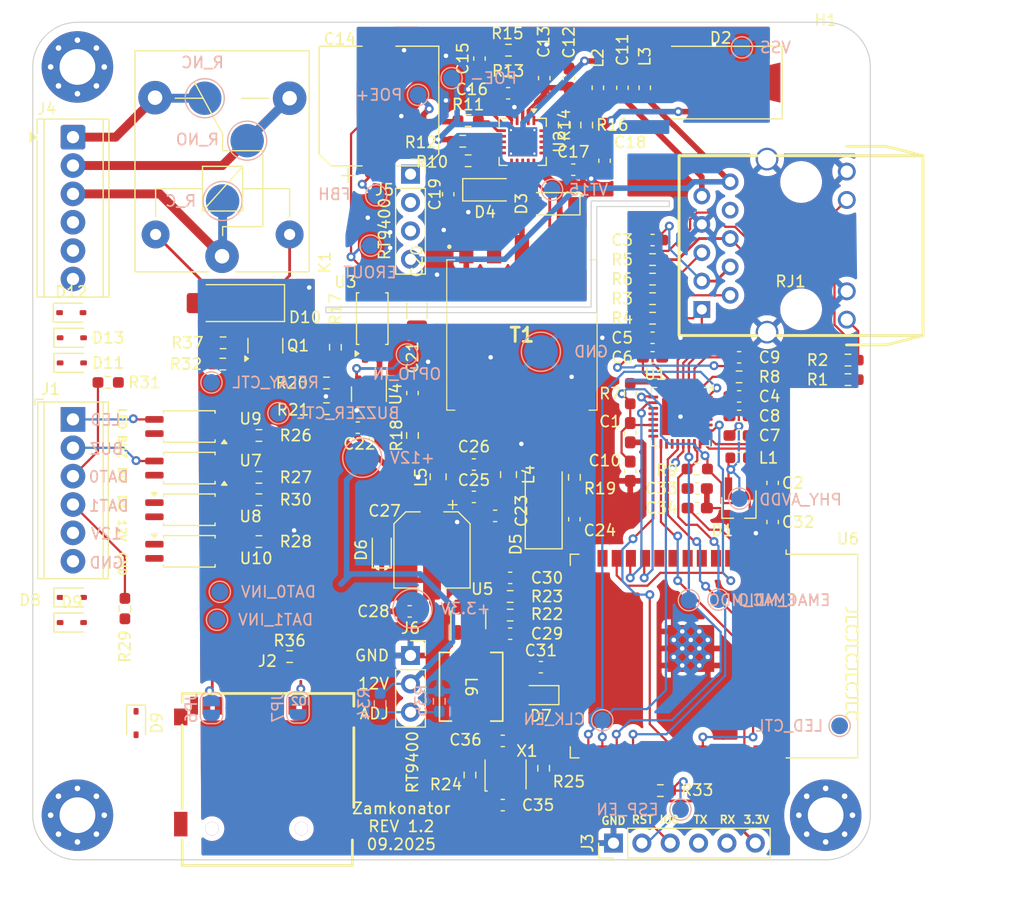
<source format=kicad_pcb>
(kicad_pcb (version 20241229) (generator "pcbnew") (generator_version "9.0")
  (layers (0 "F.Cu" signal) (2 "B.Cu" signal) (13 "F.Paste" user) (15 "B.Paste" user) (5 "F.SilkS" user "F.Silkscreen") (7 "B.SilkS" user "B.Silkscreen") (1 "F.Mask" user) (3 "B.Mask" user) (25 "Edge.Cuts" user))
  (net 0 "")
  (net 1 "GND")
  (net 2 "/Ethenet PHY/PHY_AVDD")
  (net 3 "Net-(C5-Pad1)")
  (net 4 "Net-(U1-DVDD10OUT)")
  (net 5 "Net-(U1-AVDD10OUT)")
  (net 6 "Net-(D2-A)")
  (net 7 "Net-(D2-K)")
  (net 8 "VSS")
  (net 9 "Net-(C15-Pad1)")
  (net 10 "Net-(U2-VDD)")
  (net 11 "/PoE PSU/VT15")
  (net 12 "Net-(D3-K)")
  (net 13 "Net-(C20-Pad2)")
  (net 14 "Net-(U4-K)")
  (net 15 "Net-(C21-Pad2)")
  (net 16 "+12V")
  (net 17 "Net-(C24-Pad1)")
  (net 18 "Net-(D5-K)")
  (net 19 "Net-(U5-BST)")
  (net 20 "Net-(U5-SW)")
  (net 21 "+3.3V")
  (net 22 "Net-(U5-FB)")
  (net 23 "/ESP_EN")
  (net 24 "/CLK_EN")
  (net 25 "Net-(D3-A)")
  (net 26 "Net-(D4-A)")
  (net 27 "Net-(D5-A)")
  (net 28 "Net-(D8-A2)")
  (net 29 "/Wigand Intrerface/READER_DAT0")
  (net 30 "/Wigand Intrerface/READER_DAT1")
  (net 31 "/Wigand Intrerface/READER_LED")
  (net 32 "/Wigand Intrerface/READER_BUZZER")
  (net 33 "Net-(C3-Pad1)")
  (net 35 "Net-(R1-Pad1)")
  (net 36 "Net-(R2-Pad1)")
  (net 38 "/IO15")
  (net 40 "/IO13")
  (net 41 "/IO14")
  (net 42 "Net-(J2-DAT2)")
  (net 43 "/IO2")
  (net 44 "/RELAY_CTL")
  (net 45 "/Relay/NO")
  (net 46 "/Relay/NC")
  (net 47 "Net-(J6-Pin_3)")
  (net 48 "Net-(U1-LED1{slash}PHYAD1)")
  (net 49 "/ESP_TX")
  (net 50 "Net-(U1-RXDV)")
  (net 51 "Net-(R17-Pad2)")
  (net 52 "Net-(U1-RSET)")
  (net 53 "Net-(U2-RFREQ)")
  (net 54 "Net-(R26-Pad2)")
  (net 55 "Net-(R27-Pad2)")
  (net 56 "Net-(U2-RDET)")
  (net 57 "/ESP_RX")
  (net 58 "/ESP_IO0")
  (net 59 "Net-(U2-RCL)")
  (net 60 "Net-(U2-EROUT)")
  (net 61 "Net-(U2-HSO)")
  (net 62 "Net-(U4-REF)")
  (net 63 "/BUZ_CTL")
  (net 64 "Net-(X1-OUT)")
  (net 66 "/LED_CTL")
  (net 85 "/IO5")
  (net 89 "/Relay/C")
  (net 91 "/RT9400_VB1")
  (net 92 "/RT9400_VB2")
  (net 97 "/EMAC_MDIO")
  (net 98 "/DAT1_INV")
  (net 99 "/DAT0_INV")
  (net 100 "/EMAC_MDC")
  (net 101 "/EMAC_RXD1")
  (net 102 "/EMAC_TXD0")
  (net 103 "/EMAC_TXD1")
  (net 104 "/EMAC_TX_EN")
  (net 105 "/EMAC_CRS_DV")
  (net 106 "/EMAC_RXD0")
  (net 107 "Net-(J2-DAT1)")
  (net 108 "Net-(U1-LED0{slash}PHYAD1{slash}PMEB)")
  (net 109 "Net-(U1-MDI-1)")
  (net 110 "Net-(U1-MDI+1)")
  (net 111 "Net-(U1-MDI-0)")
  (net 112 "Net-(U1-MDI+0)")
  (net 113 "GND2")
  (net 114 "Net-(D10-A)")
  (net 115 "/EXT_PWR")
  (net 116 "Net-(Q1-G)")
  (net 117 "/Wigand Intrerface/EXT_PWR")
  (net 118 "Net-(D9-A2)")
  (footprint "Diode_SMD:D_SOD-323" (layer "F.Cu") (at 3.5 53.75)
    (property "Reference" "D9")
    (property "Value" "PESD5V0L1BA")
  )
  (footprint "Relay_THT:Relay_SPDT_SANYOU_SRD_Series_Form_C" (layer "F.Cu") (at 16.95 20.95 90)
    (property "Reference" "K1")
    (property "Value" "SRD-DC3V-SL-C")
  )
  (footprint "project_footprints:RJ45-TH_HY931147C" (layer "F.Cu") (at 66.4 20 180)
    (property "Reference" "RJ1")
    (property "Value" "HY931147C")
  )
  (footprint "Diode_SMD:D_SOD-323" (layer "F.Cu") (at 45.5 60.25 180)
    (property "Reference" "D7")
    (property "Value" "PESD3V3L1BA")
  )
  (footprint "Resistor_SMD:R_0603_1608Metric_Pad0.98x0.95mm_HandSolder" (layer "F.Cu") (at 38.5 10.65)
    (property "Reference" "R12")
    (property "Value" "DNP")
  )
  (footprint "Diode_SMD:D_SOD-323" (layer "F.Cu") (at 31.25 47.25 90)
    (property "Reference" "D6")
    (property "Value" "PESD15VL1BA")
  )
  (footprint "Resistor_SMD:R_0603_1608Metric_Pad0.98x0.95mm_HandSolder" (layer "F.Cu") (at 42.6 2.5 180)
    (property "Reference" "R15")
    (property "Value" "R")
  )
  (footprint "Capacitor_SMD:C_0603_1608Metric_Pad1.08x0.95mm_HandSolder" (layer "F.Cu") (at 66.25 44.75 90)
    (property "Reference" "C32")
    (property "Value" "47u")
  )
  (footprint "Inductor_SMD:L_0603_1608Metric" (layer "F.Cu") (at 54.8 5.8675 90)
    (property "Reference" "L3")
    (property "Value" "HCB1608KF-501T20")
  )
  (footprint "Resistor_SMD:R_0603_1608Metric_Pad0.98x0.95mm_HandSolder" (layer "F.Cu") (at 42.75 51.416667)
    (property "Reference" "R23")
    (property "Value" "18K 1%")
  )
  (footprint "Resistor_SMD:R_0603_1608Metric_Pad0.98x0.95mm_HandSolder" (layer "F.Cu") (at 42.57 4.356165)
    (property "Reference" "R13")
    (property "Value" "4.7k")
  )
  (footprint "Diode_SMD:D_SOD-323" (layer "F.Cu") (at 3.5 51.5)
    (property "Reference" "D8")
    (property "Value" "PESD5V0L1BA")
  )
  (footprint "Capacitor_SMD:C_0603_1608Metric_Pad1.08x0.95mm_HandSolder" (layer "F.Cu") (at 63.25 30)
    (property "Reference" "C9")
    (property "Value" "100n")
  )
  (footprint "Capacitor_SMD:C_0603_1608Metric_Pad1.08x0.95mm_HandSolder" (layer "F.Cu") (at 63.25 35.25)
    (property "Reference" "C8")
    (property "Value" "100n")
  )
  (footprint "Capacitor_SMD:C_0603_1608Metric_Pad1.08x0.95mm_HandSolder" (layer "F.Cu") (at 48.4 13.2)
    (property "Reference" "C17")
    (property "Value" "1u 25V")
  )
  (footprint "Capacitor_SMD:C_0603_1608Metric_Pad1.08x0.95mm_HandSolder" (layer "F.Cu") (at 34 33.2 -90)
    (property "Reference" "C21")
    (property "Value" "1n 100V")
  )
  (footprint "Resistor_SMD:R_0603_1608Metric_Pad0.98x0.95mm_HandSolder" (layer "F.Cu") (at 20.25 46.5 180)
    (property "Reference" "R28")
    (property "Value" "10k")
  )
  (footprint "Diode_SMD:D_SMA_Handsoldering" (layer "F.Cu") (at 45.75 42.75 90)
    (property "Reference" "D5")
    (property "Value" "SS54")
  )
  (footprint "Capacitor_SMD:C_0603_1608Metric_Pad1.08x0.95mm_HandSolder" (layer "F.Cu") (at 55.5 30)
    (property "Reference" "C6")
    (property "Value" "100n")
  )
  (footprint "Diode_SMD:D_SOD-323" (layer "F.Cu") (at 3.45 26)
    (property "Reference" "D12")
    (property "Value" "PESD15VL1BA")
  )
  (footprint "Capacitor_SMD:C_0603_1608Metric_Pad1.08x0.95mm_HandSolder" (layer "F.Cu") (at 48.5 44.5 -90)
    (property "Reference" "C24")
    (property "Value" "220pF")
  )
  (footprint "Capacitor_SMD:C_0603_1608Metric_Pad1.08x0.95mm_HandSolder" (layer "F.Cu") (at 40 3.25 -90)
    (property "Reference" "C15")
    (property "Value" "C")
  )
  (footprint "MountingHole:MountingHole_3.2mm_M3_Pad_Via" (layer "F.Cu") (at 4 71)
    (property "Reference" "H3" (hide yes))
    (property "Value" "MountingHole_Pad")
  )
  (footprint "Capacitor_SMD:C_0603_1608Metric_Pad1.08x0.95mm_HandSolder" (layer "F.Cu") (at 51.2 12.4 -90)
    (property "Reference" "C18")
    (property "Value" "100n 100V")
  )
  (footprint "Connector_PinHeader_2.54mm:PinHeader_1x06_P2.54mm_Vertical" (layer "F.Cu") (at 52 73.5 90)
    (property "Reference" "J3")
    (property "Value" "Conn_01x08_Male")
  )
  (footprint "Capacitor_SMD:C_0603_1608Metric_Pad1.08x0.95mm_HandSolder" (layer "F.Cu") (at 42.75 49.75 180)
    (property "Reference" "C30")
    (property "Value" "22p")
  )
  (footprint "Capacitor_SMD:C_0603_1608Metric_Pad1.08x0.95mm_HandSolder" (layer "F.Cu") (at 63.25 33.5)
    (property "Reference" "C4")
    (property "Value" "47u")
  )
  (footprint "Capacitor_SMD:CP_Elec_10x10.5" (layer "F.Cu") (at 31 7.5 90)
    (property "Reference" "C14")
    (property "Value" "15u 160V")
  )
  (footprint "Resistor_SMD:R_0603_1608Metric_Pad0.98x0.95mm_HandSolder" (layer "F.Cu") (at 27.1 29.1 90)
    (property "Reference" "R17")
    (property "Value" "240")
  )
  (footprint "Package_SO:SSOP-4_4.4x2.6mm_P1.27mm" (layer "F.Cu") (at 14.0155 47.371)
    (property "Reference" "U10")
    (property "Value" "EL3H7-G")
  )
  (footprint "Capacitor_SMD:C_0603_1608Metric_Pad1.08x0.95mm_HandSolder" (layer "F.Cu") (at 42.75 54.75)
    (property "Reference" "C29")
    (property "Value" "100n")
  )
  (footprint "Inductor_SMD:L_0603_1608Metric" (layer "F.Cu") (at 63.25 39 180)
    (property "Reference" "L1")
    (property "Value" "HCB1608KF-501T20")
  )
  (footprint "Resistor_SMD:R_0603_1608Metric_Pad0.98x0.95mm_HandSolder" (layer "F.Cu") (at 26.3 34.6 180)
    (property "Reference" "R21")
    (property "Value" "11.3K 1%")
  )
  (footprint "Inductor_SMD:L_0805_2012Metric_Pad1.15x1.40mm_HandSolder" (layer "F.Cu") (at 42.6 40.5 -90)
    (property "Reference" "L4")
    (property "Value" "UPZ2012E601-2R0TF")
  )
  (footprint "Resistor_SMD:R_0603_1608Metric_Pad0.98x0.95mm_HandSolder" (layer "F.Cu") (at 49.6 9.2 -90)
    (property "Reference" "R16")
    (property "Value" "130K")
  )
  (footprint "Capacitor_SMD:C_0603_1608Metric_Pad1.08x0.95mm_HandSolder" (layer "F.Cu") (at 63.25 37)
    (property "Reference" "C7")
    (property "Value" "100n")
  )
  (footprint "Capacitor_SMD:C_0603_1608Metric_Pad1.08x0.95mm_HandSolder" (layer "F.Cu") (at 59.5 41.75)
    (property "Reference" "C33")
    (property "Value" "22u")
  )
  (footprint "Package_TO_SOT_SMD:TSOT-23_HandSoldering" (layer "F.Cu") (at 63.25 43.46 -90)
    (property "Reference" "D1")
    (property "Value" "SM03")
  )
  (footprint "Resistor_SMD:R_0603_1608Metric_Pad0.98x0.95mm_HandSolder" (layer "F.Cu") (at 59.5 40 180)
    (property "Reference" "R9")
    (property "Value" "10k")
  )
  (footprint "Capacitor_SMD:C_0603_1608Metric_Pad1.08x0.95mm_HandSolder" (layer "F.Cu") (at 42.57 6.356165)
    (property "Reference" "C16")
    (property "Value" "100n")
  )
  (footprint "Resistor_SMD:R_0603_1608Metric_Pad0.98x0.95mm_HandSolder" (layer "F.Cu") (at 48.5 40.75 90)
    (property "Reference" "R19")
    (property "Value" "27")
  )
  (footprint "Capacitor_SMD:C_0603_1608Metric_Pad1.08x0.95mm_HandSolder" (layer "F.Cu") (at 66.25 41.25 -90)
    (property "Reference" "C2")
    (property "Value" "47u")
  )
  (footprint "Resistor_SMD:R_0603_1608Metric_Pad0.98x0.95mm_HandSolder" (layer "F.Cu") (at 38.9875 8.8)
    (property "Reference" "R11")
    (property "Value" "24.3k 1%")
  )
  (footprint "Resistor_SMD:R_0603_1608Metric_Pad0.98x0.95mm_HandSolder" (layer "F.Cu") (at 55.5 26.5 180)
    (property "Reference" "R4")
    (property "Value" "49.9 1%")
  )
  (footprint "Diode_SMD:D_SOD-123" (layer "F.Cu") (at 40.75 15)
    (property "Reference" "D4")
    (property "Value" "1N4148W")
  )
  (footprint "Resistor_SMD:R_0603_1608Metric_Pad0.98x0.95mm_HandSolder" (layer "F.Cu") (at 20.25 37 180)
    (property "Reference" "R26")
    (property "Value" "140")
  )
  (footprint "Resistor_SMD:R_0603_1608Metric_Pad0.98x0.95mm_HandSolder" (layer "F.Cu") (at 55.5 21.25 180)
    (property "Reference" "R5")
    (property "Value" "49.9 1%")
  )
  (footprint "Resistor_SMD:R_0603_1608Metric_Pad0.98x0.95mm_HandSolder" (layer "F.Cu") (at 45.7475 66.798 -90)
    (property "Reference" "R25")
    (property "Value" "27")
  )
  (footprint "Capacitor_SMD:C_0603_1608Metric_Pad1.08x0.95mm_HandSolder" (layer "F.Cu") (at 33.75 52.75 180)
    (property "Reference" "C28")
    (property "Value" "10u 16V")
  )
  (footprint "Package_SO:SSOP-4_4.4x2.6mm_P1.27mm" (layer "F.Cu") (at 14.0155 39.920333 180)
    (property "Reference" "U7")
    (property "Value" "EL3H7-G")
  )
  (footprint "Diode_SMD:D_SMB-SMC_Universal_Handsoldering" (layer "F.Cu") (at 61.6 5.4 180)
    (property "Reference" "D2")
    (property "Value" "SMDJ58A")
  )
  (footprint "Resistor_SMD:R_0603_1608Metric_Pad0.98x0.95mm_HandSolder" (layer "F.Cu") (at 42.75 53.083333 180)
    (property "Reference" "R22")
    (property "Value" "82K 1%")
  )
  (footprint "Package_SO:SSOP-4_4.4x2.6mm_P1.27mm" (layer "F.Cu") (at 14.0155 43.645667)
    (property "Reference" "U8")
    (property "Value" "EL3H7-G")
  )
  (footprint "Resistor_SMD:R_0603_1608Metric_Pad0.98x0.95mm_HandSolder" (layer "F.Cu") (at 38.9875 12.4)
    (property "Reference" "R10")
    (property "Value" "100K 1%")
  )
  (footprint "Resistor_SMD:R_0603_1608Metric_Pad0.98x0.95mm_HandSolder" (layer "F.Cu") (at 55.5 23 180)
    (property "Reference" "R6")
    (property "Value" "49.9 1%")
  )
  (footprint "Resistor_SMD:R_0603_1608Metric_Pad0.98x0.95mm_HandSolder" (layer "F.Cu") (at 8.25 52.5 90)
    (property "Reference" "R29")
    (property "Value" "180")
  )
  (footprint "Diode_SMD:D_SMA_Handsoldering" (layer "F.Cu") (at 18.034 25.146 180)
    (property "Reference" "D10")
    (property "Value" "1N4007")
  )
  (footprint "Oscillator:Oscillator_SMD_EuroQuartz_XO32-4Pin_3.2x2.5mm" (layer "F.Cu") (at 42.335 67.348 90)
    (property "Reference" "X1")
    (property "Value" "SX3M50.000M20F30TNN")
  )
  (footprint "Diode_SMD:D_SOD-323" (layer "F.Cu") (at 3.5 30.5)
    (property "Reference" "D11")
    (property "Value" "PESD15VL1BA")
  )
  (footprint "Package_SO:SSOP-4_4.4x2.6mm_P1.27mm" (layer "F.Cu") (at 14.0155 36.195 180)
    (property "Reference" "U9")
    (property "Value" "EL3H7-G")
  )
  (footprint "Resistor_SMD:R_0603_1608Metric_Pad0.98x0.95mm_HandSolder" (layer "F.Cu") (at 17.0415 28.702)
    (property "Reference" "R37")
    (property "Value" "100K 1%")
  )
  (footprint "Package_DFN_QFN:QFN-32-1EP_5x5mm_P0.5mm_EP3.3x3.3mm" (layer "F.Cu") (at 58 35.3125 -90)
    (property "Reference" "U1")
    (property "Value" "RTL8201F")
  )
  (footprint "Resistor_SMD:R_0603_1608Metric_Pad0.98x0.95mm_HandSolder" (layer "F.Cu") (at 39.1475 67.398 -90)
    (property "Reference" "R24")
    (property "Value" "10k")
  )
  (footprint "Diode_SMD:D_SOD-123" (layer "F.Cu") (at 46.75 16.25 180)
    (property "Reference" "D3")
    (property "Value" "1N4148W")
  )
  (footprint "Resistor_SMD:R_0603_1608Metric_Pad0.98x0.95mm_HandSolder" (layer "F.Cu") (at 17.018 30.607)
    (property "Reference" "R32")
    (property "Value" "1k")
  )
  (footprint "Capacitor_SMD:C_0603_1608Metric_Pad1.08x0.95mm_HandSolder" (layer "F.Cu") (at 37.2 15.4 -90)
    (property "Reference" "C19")
    (property "Value" "100n 100V")
  )
  (footprint "project_footprints:TF-SMD_XKTF-N02-N" (layer "F.Cu") (at 21 66.5)
    (property "Reference" "J2")
    (property "Value" "Micro_SD_Card_Det1")
  )
  (footprint "Resistor_SMD:R_0603_1608Metric_Pad0.98x0.95mm_HandSolder" (layer "F.Cu") (at 73 30.25 180)
    (property "Reference" "R2")
    (property "Value" "240")
  )
  (footprint "TerminalBlock_Phoenix:TerminalBlock_Phoenix_MPT-0,5-6-2.54_1x06_P2.54mm_Horizontal" (layer "F.Cu") (at 3.6 10.287 -90)
    (property "Reference" "J4")
    (property "Value" "Screw_Terminal_01x06")
  )
  (footprint "Capacitor_SMD:C_0603_1608Metric_Pad1.08x0.95mm_HandSolder" (layer "F.Cu") (at 45.5 57.75)
    (property "Reference" "C31")
    (property "Value" "47u")
  )
  (footprint "Resistor_SMD:R_0603_1608Metric_Pad0.98x0.95mm_HandSolder" (layer "F.Cu") (at 26.3 32.3)
    (property "Reference" "R20")
    (property "Value" "43K 1%")
  )
  (footprint "Resistor_SMD:R_0603_1608Metric_Pad0.98x0.95mm_HandSolder" (layer "F.Cu") (at 63.25 31.75)
    (property "Reference" "R8")
    (property "Value" "2.49K 1%")
  )
  (footprint "MountingHole:MountingHole_3.2mm_M3_Pad_Via" (layer "F.Cu") (at 4 4)
    (property "Reference" "H4" (hide yes))
    (property "Value" "MountingHole_Pad")
  )
  (footprint "Resistor_SMD:R_0603_1608Metric_Pad0.98x0.95mm_HandSolder" (layer "F.Cu") (at 20.25 40.75 180)
    (property "Reference" "R27")
    (property "Value" "140")
  )
  (footprint "Capacitor_SMD:C_0603_1608Metric_Pad1.08x0.95mm_HandSolder" (layer "F.Cu") (at 42.085 70.098)
    (property "Reference" "C35")
    (property "Value" "4.7u")
  )
  (footprint "Resistor_SMD:R_0603_1608Metric_Pad0.98x0.95mm_HandSolder" (layer "F.Cu") (at 53.5 33.25 90)
    (property "Reference" "R7")
    (property "Value" "10k")
  )
  (footprint "Package_DFN_QFN:MLF-20-1EP_4x4mm_P0.5mm_EP2.6x2.6mm_ThermalVias" (layer "F.Cu") (at 43.87 10.706165 -90)
    (property "Reference" "U2")
    (property "Value" "SI3404-A-GM")
  )
  (footprint "Capacitor_SMD:C_0603_1608Metric_Pad1.08x0.95mm_HandSolder" (layer "F.Cu") (at 29.1 36.3)
    (property "Reference" "C22")
    (property "Value" "10u 16V")
  )
  (footprint "Resistor_SMD:R_0603_1608Metric_Pad0.98x0.95mm_HandSolder" (layer "F.Cu") (at 47.6 9.2 -90)
    (property "Reference" "R14")
    (property "Value" "0.68")
  )
  (footprint "Diode_SMD:D_SOD-323" (layer "F.Cu") (at 9.25 62.75 -90)
    (property "Reference" "D9")
    (property "Value" "PESD5V0L1BA")
  )
  (footprint "MountingHole:MountingHole_3.2mm_M3_Pad_Via" (layer "F.Cu") (at 71 71)
    (property "Reference" "H2" (hide yes))
    (property "Value" "MountingHole_Pad")
  )
  (footprint "Capacitor_SMD:C_0603_1608Metric_Pad1.08x0.95mm_HandSolder" (layer "F.Cu") (at 41.4 44.2 180)
    (property "Reference" "C23")
    (property "Value" "10n 16V")
  )
  (footprint "Resistor_SMD:R_0603_1608Metric_Pad0.98x0.95mm_HandSolder" (layer "F.Cu") (at 6.75 32.25 180)
    (property "Reference" "R31")
    (property "Value" "180")
  )
  (footprint "Capacitor_SMD:C_0603_1608Metric_Pad1.08x0.95mm_HandSolder" (layer "F.Cu") (at 45.8 5 90)
    (property "Reference" "C13")
    (property "Value" "100n 100V")
  )
  (footprint "Capacitor_SMD:C_0603_1608Metric_Pad1.08x0.95mm_HandSolder" (layer "F.Cu") (at 53.5 40.2 -90)
    (property "Reference" "C10")
    (property "Value" "100n")
  )
  (footprint "Package_TO_SOT_SMD:SOT-23" (layer "F.Cu") (at 20.828 28.956 90)
    (property "Reference" "Q1")
    (property "Value" "DMG2302U")
  )
  (footprint "Inductor_SMD:L_0805_2012Metric_Pad1.15x1.40mm_HandSolder" (layer "F.Cu") (at 36.3 40.7 -90)
    (property "Reference" "L5")
    (property "Value" "UPZ2012E601-2R0TF")
  )
  (footprint "Capacitor_SMD:C_0603_1608Metric_Pad1.08x0.95mm_HandSolder" (layer "F.Cu") (at 59.5 43.5)
    (property "Reference" "C34")
    (property "Value" "100n")
  )
  (footprint "Capacitor_SMD:C_0603_1608Metric_Pad1.08x0.95mm_HandSolder" (layer "F.Cu") (at 55.5 28.25)
    (property "Reference" "C5")
    (property "Value" "100n")
  )
  (footprint "Capacitor_SMD:CP_Elec_6.3x7.7" (layer "F.Cu") (at 35.75 47.25 -90)
    (property "Reference" "C27")
    (property "Value" "220u 25V")
  )
  (footprint "Inductor_SMD:L_0603_1608Metric" (layer "F.Cu") (at 50.6 5.8675 90)
    (property "Reference" "L2")
    (property "Value" "HCB1608KF-501T20")
  )
  (footprint "Resistor_SMD:R_0603_1608Metric_Pad0.98x0.95mm_HandSolder" (layer "F.Cu") (at 20.25 42.75 180)
    (property "Reference" "R30")
    (property "Value" "10k")
  )
  (footprint "Resistor_SMD:R_0603_1608Metric_Pad0.98x0.95mm_HandSolder" (layer "F.Cu") (at 55.5 24.75 180)
    (property "Reference" "R3")
    (property "Value" "49.9 1%")
  )
  (footprint "Capacitor_SMD:C_1206_3216Metric_Pad1.33x1.80mm_HandSolder" (layer "F.Cu") (at 34.4 25.8 -90)
    (property "Reference" "C20")
    (property "Value" "1n 2kV")
  )
  (footprint "Resistor_SMD:R_0603_1608Metric_Pad0.98x0.95mm_HandSolder" (layer "F.Cu") (at 34 37 90)
    (property "Reference" "R18")
    (property "Value" "0")
  )
  (footprint "Package_SO:SSOP-4_4.4x2.6mm_P1.27mm" (layer "F.Cu") (at 30.4 26.5375 90)
    (property "Reference" "U3")
    (property "Value" "EL3H7-G")
  )
  (footprint "Capacitor_SMD:C_0603_1608Metric_Pad1.08x0.95mm_HandSolder" (layer "F.Cu") (at 55.5 19.5 180)
    (property "Reference" "C3")
    (property "Value" "100n")
  )
  (footprint "Resistor_SMD:R_0603_1608Metric_Pad0.98x0.95mm_HandSolder" (layer "F.Cu") (at 56.2 68.8)
    (property "Reference" "R33")
    (property "Value" "10k")
  )
  (footprint "Resistor_SMD:R_0603_1608Metric_Pad0.98x0.95mm_HandSolder" (layer "F.Cu") (at 73 32 180)
    (property "Reference" "R1")
    (property "Value" "240")
  )
  (footprint "Capacitor_SMD:C_0603_1608Metric_Pad1.08x0.95mm_HandSolder" (layer "F.Cu") (at 39.5 42.5 180)
    (property "Reference" "C25")
    (property "Value" "100n 16V")
  )
  (footprint "Capacitor_SMD:C_0603_1608Metric_Pad1.08x0.95mm_HandSolder" (layer "F.Cu") (at 39.5 39.6 180)
    (property "Reference" "C26")
    (property "Value" "10u 16V")
  )
  (footprint "RF_Module:ESP32-WROOM-32" (layer "F.Cu") (at 58.01 56.75 -90)
    (property "Reference" "U6")
    (property "Value" "ESP32-WROOM-32")
  )
  (footprint "Package_TO_SOT_SMD:SOT-23-6" (layer "F.Cu") (at 39 53.5 90)
    (property "Reference" "U5")
    (property "Value" "MT2492")
  )
  (footprint "MountingHole:MountingHole_3.2mm_M3" (layer "F.Cu") (at 71 4)
    (property "Reference" "H1")
    (property "Value" "MountingHole_Pad")
  )
  (footprint "Diode_SMD:D_SOD-323" (layer "F.Cu") (at 3.5 28.25)
    (property "Reference" "D13")
    (property "Value" "PESD15VL1BA")
  )
  (footprint "Connector_PinSocket_2.54mm:PinSocket_1x04_P2.54mm_Vertical" (layer "F.Cu") (at 33.825 13.6)
    (property "Reference" "J5")
    (property "Value" "Conn_01x04_Female")
  )
  (footprint "Capacitor_SMD:C_0603_1608Metric_Pad1.08x0.95mm_HandSolder" (layer "F.Cu") (at 53.5 36.75 -90)
    (property "Reference" "C1")
    (property "Value" "47u")
  )
  (footprint "Connector_PinSocket_2.54mm:PinSocket_1x03_P2.54mm_Vertical" (layer "F.Cu") (at 33.825 56.7)
    (property "Reference" "J6")
    (property "Value" "Conn_01x03_Female")
  )
  (footprint "Capacitor_SMD:C_0603_1608Metric_Pad1.08x0.95mm_HandSolder" (layer "F.Cu") (at 48.01 5 90)
    (property "Reference" "C12")
    (property "Value" "100n 100V")
  )
  (footprint "TerminalBlock_Phoenix:TerminalBlock_Phoenix_MPT-0,5-6-2.54_1x06_P2.54mm_Horizontal" (layer "F.Cu") (at 3.6 35.56 -90)
    (property "Reference" "J1")
    (property "Value" "Screw_Terminal_01x06")
  )
  (footprint "project_footprints:HR051142" (layer "F.Cu") (at 43.8 28 180)
    (property "Reference" "T1")
    (property "Value" "HR051142" (hide yes))
  )
  (footprint "Package_TO_SOT_SMD:SOT-23" (layer "F.Cu") (at 30.1 33.3 -90)
    (property "Reference" "U4")
    (property "Value" "AN431")
  )
  (footprint "Capacitor_SMD:C_0603_1608Metric_Pad1.08x0.95mm_HandSolder" (layer "F.Cu") (at 52.8 5.8675 90)
    (property "Reference" "C11")
    (property "Value" "1n 100V")
  )
  (footprint "Resistor_SMD:R_0603_1608Metric_Pad0.98x0.95mm_HandSolder" (layer "F.Cu") (at 23 56.8)
    (property "Reference" "R36")
    (property "Value" "10k")
  )
  (footprint "Capacitor_SMD:C_0603_1608Metric_Pad1.08x0.95mm_HandSolder" (layer "F.Cu") (at 42.085 64.348)
    (property "Reference" "C36")
    (property "Value" "100n")
  )
  (footprint "project_footprints:IND_PCC-M0530M-LP_PAN" (layer "F.Cu") (at 39.25 59.5 -90)
    (property "Reference" "L6")
    (property "Value" "ETQP3M6R8KVP")
  )
  (footprint "TestPoint:TestPoint_Pad_D1.5mm" (layer "B.Cu") (at 30.25 20 180)
    (property "Reference" "TP20" (hide yes))
    (property "Value" "EROUT")
  )
  (footprint "Resistor_SMD:R_0603_1608Metric_Pad0.98x0.95mm_HandSolder" (layer "B.Cu") (at 31.1 61 -90)
    (property "Reference" "R34")
    (property "Value" "DNP")
  )
  (footprint "TestPoint:TestPoint_Pad_D1.5mm" (layer "B.Cu") (at 63.27 42.65 180)
    (property "Reference" "TP5" (hide yes))
    (property "Value" "PHY_AVDD")
  )
  (footprint "TestPoint:TestPoint_Pad_D1.5mm" (layer "B.Cu") (at 37.5 5 180)
    (property "Reference" "TP18" (hide yes))
    (property "Value" "POE-")
  )
  (footprint "TestPoint:TestPoint_Pad_D1.5mm" (layer "B.Cu") (at 22 35 180)
    (property "Reference" "TP8" (hide yes))
    (property "Value" "BUZZER_CTL")
  )
  (footprint "TestPoint:TestPoint_Pad_D3.0mm" (layer "B.Cu") (at 15.4 6.8 180)
    (property "Reference" "TP13" (hide yes))
    (property "Value" "R_NC")
  )
  (footprint "TestPoint:TestPoint_Pad_D1.5mm" (layer "B.Cu") (at 34.5 6.5 180)
    (property "Reference" "TP17" (hide yes))
    (property "Value" "POE+")
  )
  (footprint "TestPoint:TestPoint_Pad_D3.0mm" (layer "B.Cu") (at 19.2 10.6 180)
    (property "Reference" "TP12" (hide yes))
    (property "Value" "R_NO")
  )
  (footprint "TestPoint:TestPoint_Pad_D1.5mm" (layer "B.Cu") (at 72.25 63 180)
    (property "Reference" "TP11" (hide yes))
    (property "Value" "LED_CTL")
  )
  (footprint "TestPoint:TestPoint_Pad_D1.5mm" (layer "B.Cu") (at 58.75 51.75 180)
    (property "Reference" "TP15" (hide yes))
    (property "Value" "EMAC_MDC")
  )
  (footprint "TestPoint:TestPoint_Pad_D1.5mm" (layer "B.Cu") (at 30.75 15.5 180)
    (property "Reference" "TP21" (hide yes))
    (property "Value" "FBH")
  )
  (footprint "TestPoint:TestPoint_Pad_D1.5mm" (layer "B.Cu") (at 58 70.5 180)
    (property "Reference" "TP3" (hide yes))
    (property "Value" "ESP_EN")
  )
  (footprint "TestPoint:TestPoint_Pad_D1.5mm" (layer "B.Cu") (at 51 62.5 180)
    (property "Reference" "TP7" (hide yes))
    (property "Value" "CLK_EN")
  )
  (footprint "TestPoint:TestPoint_Pad_D1.5mm" (layer "B.Cu") (at 16 32.25 180)
    (property "Reference" "TP4" (hide yes))
    (property "Value" "RELAY_CTL")
  )
  (footprint "TestPoint:TestPoint_Pad_D3.0mm" (layer "B.Cu") (at 29.5 39 180)
    (property "Reference" "TP2" (hide yes))
    (property "Value" "+12V")
  )
  (footprint "TestPoint:TestPoint_Pad_D3.0mm" (layer "B.Cu") (at 17 16 180)
    (property "Reference" "TP14" (hide yes))
    (property "Value" "R_C")
  )
  (footprint "TestPoint:TestPoint_Pad_D1.5mm" (layer "B.Cu") (at 16.5 53.5 180)
    (property "Reference" "TP9" (hide yes))
    (property "Value" "DAT1_INV")
  )
  (footprint "TestPoint:TestPoint_Pad_D1.5mm" (layer "B.Cu") (at 61.4 51.7 180)
    (property "Reference" "TP16" (hide yes))
    (property "Value" "EMAC_MDIO")
  )
  (footprint "TestPoint:TestPoint_Pad_D1.5mm" (layer "B.Cu") (at 63.5 2.25 180)
    (property "Reference" "TP23" (hide yes))
    (property "Value" "VSS")
  )
  (footprint "TestPoint:TestPoint_Pad_D3.0mm" (layer "B.Cu") (at 45.5 29.5 180)
    (property "Reference" "TP1" (hide yes))
    (property "Value" "GND")
  )
  (footprint "TestPoint:TestPoint_Pad_D1.5mm" (layer "B.Cu") (at 33.5 29.75 180)
    (property "Reference" "TP22" (hide yes))
    (property "Value" "OPTO_IN")
  )
  (footprint "Resistor_SMD:R_0603_1608Metric_Pad0.98x0.95mm_HandSolder" (layer "B.Cu") (at 36.4 60.8 90)
    (property "Reference" "R35")
    (property "Value" "DNP")
  )
  (footprint "Jumper:SolderJumper-2_P1.3mm_Open_RoundedPad1.0x1.5mm" (layer "B.Cu") (at 16 61.4 -90)
    (property "Reference" "JP6")
    (property "Value" "SolderJumper_2_Open")
  )
  (footprint "TestPoint:TestPoint_Pad_D1.5mm" (layer "B.Cu") (at 46.5 15 180)
    (property "Reference" "TP19" (hide yes))
    (property "Value" "VT15")
  )
  (footprint "Jumper:SolderJumper-2_P1.3mm_Open_RoundedPad1.0x1.5mm" (layer "B.Cu") (at 23.75 61.35 -90)
    (property "Reference" "JP7")
    (property "Value" "SolderJumper_2_Open")
  )
  (footprint "TestPoint:TestPoint_Pad_D1.5mm" (layer "B.Cu") (at 16.75 51 180)
    (property "Reference" "TP10" (hide yes))
    (property "Value" "DAT0_INV")
  )
  (footprint "TestPoint:TestPoint_Pad_D3.0mm" (layer "B.Cu") (at 34 52.5 180)
    (property "Reference" "TP6" (hide yes))
    (property "Value" "+3.3V")
  )
  (gr_line (start 50 16) (end 57 16) (stroke (width 0.1)) (layer "Edge.Cuts"))
  (gr_line (start 50.5 16.5) (end 53 16.5) (stroke (width 0.1)) (layer "Edge.Cuts"))
  (gr_line (start 53 16.5) (end 57 16.5) (stroke (width 0.1)) (layer "Edge.Cuts"))
  (gr_line (start 75 4) (end 75 71) (stroke (width 0.1)) (layer "Edge.Cuts"))
  (gr_line (start 26.25 25.5) (end 50 25.5) (stroke (width 0.1)) (layer "Edge.Cuts"))
  (gr_line (start 0 4) (end 0 71) (stroke (width 0.1)) (layer "Edge.Cuts"))
  (gr_line (start 71 75) (end 4 75) (stroke (width 0.1)) (layer "Edge.Cuts"))
  (gr_line (start 50 25.5) (end 50 16) (stroke (width 0.1)) (layer "Edge.Cuts"))
  (gr_line (start 57 16) (end 57 16.5) (stroke (width 0.1)) (layer "Edge.Cuts"))
  (gr_line (start 4 0) (end 71 0) (stroke (width 0.1)) (layer "Edge.Cuts"))
  (gr_arc (start 0 4) (mid 1.171573 1.171573) (end 4 0) (stroke (width 0.1)) (layer "Edge.Cuts"))
  (gr_line (start 26.25 26) (end 50.5 26) (stroke (width 0.1)) (layer "Edge.Cuts"))
  (gr_line (start 26.25 26) (end 26.25 25.5) (stroke (width 0.1)) (layer "Edge.Cuts"))
  (gr_arc (start 71 0) (mid 73.828427 1.171573) (end 75 4) (stroke (width 0.1)) (layer "Edge.Cuts"))
  (gr_line (start 50.5 26) (end 50.5 16.5) (stroke (width 0.1)) (layer "Edge.Cuts"))
  (gr_arc (start 75 71) (mid 73.828427 73.828427) (end 71 75) (stroke (width 0.1)) (layer "Edge.Cuts"))
  (gr_arc (start 4 75) (mid 1.171573 73.828427) (end 0 71) (stroke (width 0.1)) (layer "Edge.Cuts"))
  (gr_text "RX" (at 62.2 71.4 0) (layer "F.SilkS") (effects (font (size 0.7 0.7))))
  (gr_text "BUZ" (at 8 38 270) (layer "F.SilkS") (effects (font (size 0.7 0.7))))
  (gr_text "GND" (at 8 48.5 270) (layer "F.SilkS") (effects (font (size 0.7 0.7))))
  (gr_text "TX" (at 59.8 71.4 0) (layer "F.SilkS") (effects (font (size 0.7 0.7))))
  (gr_text "JLCJLCJLCJLC" (at 73.3 57.4 270) (layer "F.SilkS") (effects (font (size 1 1))))
  (gr_text "D0" (at 8 40.5 270) (layer "F.SilkS") (effects (font (size 0.7 0.7))))
  (gr_text "LED" (at 8 35.5 270) (layer "F.SilkS") (effects (font (size 0.7 0.7))))
  (gr_text "D1" (at 8 43 270) (layer "F.SilkS") (effects (font (size 0.7 0.7))))
  (gr_text "IO0" (at 57 71.4 0) (layer "F.SilkS") (effects (font (size 0.7 0.7))))
  (gr_text "3.3V" (at 64.8 71.4 0) (layer "F.SilkS") (effects (font (size 0.7 0.7))))
  (gr_text "RT9400" (at 31.5 18.5 90) (layer "F.SilkS") (effects (font (size 1 1))))
  (gr_text "GND" (at 32 56.7 0) (layer "F.SilkS") (effects (font (size 1 1)) (justify right)))
  (gr_text "GND" (at 52 71.5 0) (layer "F.SilkS") (effects (font (size 0.7 0.7))))
  (gr_text "ADJ" (at 32 61.9 0) (layer "F.SilkS") (effects (font (size 1 1)) (justify right)))
  (gr_text "12V" (at 32 59.225 0) (layer "F.SilkS") (effects (font (size 1 1)) (justify right)))
  (gr_text "RST" (at 54.6 71.4 0) (layer "F.SilkS") (effects (font (size 0.7 0.7))))
  (gr_text "12V" (at 8 45.5 270) (layer "F.SilkS") (effects (font (size 0.7 0.7))))
  (gr_text "Zamkonator\nREV 1.2\n09.2025" (at 33 72 0) (layer "F.SilkS") (effects (font (size 1 1))))
  (gr_text "RT9400" (at 34 66.25 90) (layer "F.SilkS") (effects (font (size 1 1))))
  (gr_text "12V" (at 6.6 45.8 0) (layer "B.SilkS") (effects (font (size 1 1)) (justify mirror)))
  (gr_text "IO2" (at 24 60.8 0) (layer "B.SilkS") (effects (font (size 0.7 0.7)) (justify mirror)))
  (gr_text "LED" (at 6.5 35.6 0) (layer "B.SilkS") (effects (font (size 1 1)) (justify mirror)))
  (gr_text "DAT1" (at 6.8 43.3 0) (layer "B.SilkS") (effects (font (size 1 1)) (justify mirror)))
  (gr_text "GND" (at 6.6 48.4 0) (layer "B.SilkS") (effects (font (size 1 1)) (justify mirror)))
  (gr_text "DAT0" (at 6.8 40.7 0) (layer "B.SilkS") (effects (font (size 1 1)) (justify mirror)))
  (gr_text "BUZ" (at 6.6 38.2 0) (layer "B.SilkS") (effects (font (size 1 1)) (justify mirror)))
  (segment (start 61.58 43.5) (end 63.25 45.17) (width 0.2) (layer "F.Cu") (net 1))
  (segment (start 31.3125 56.55) (end 31.3125 56.638) (width 0.2) (layer "F.Cu") (net 1))
  (segment (start 42.335 64.9605) (end 42.9475 64.348) (width 0.2) (layer "F.Cu") (net 1))
  (segment (start 42.335 67.173) (end 42.335 64.9605) (width 0.2) (layer "F.Cu") (net 1))
  (segment (start 43.31 68.148) (end 42.335 67.173) (width 0.2) (layer "F.Cu") (net 1))
  (segment (start 42.9475 70.098) (end 43.435 69.6105) (width 0.2) (layer "F.Cu") (net 1))
  (segment (start 43.435 69.6105) (end 43.435 68.148) (width 0.2) (layer "F.Cu") (net 1))
  (segment (start 60.6125 43.5) (end 61.58 43.5) (width 0.2) (layer "F.Cu") (net 1))
  (via (at 38 44.75) (size 0.8) (drill 0.4) (layers "F.Cu" "B.Cu") (net 1))
  (via (at 58 35.3125) (size 0.8) (drill 0.4) (layers "F.Cu" "B.Cu") (net 1))
  (via (at 24.75 23.75) (size 0.8) (drill 0.4) (layers "F.Cu" "B.Cu") (net 1))
  (via (at 41 30) (size 0.8) (drill 0.4) (layers "F.Cu" "B.Cu") (net 1))
  (via (at 51 28.25) (size 0.8) (drill 0.4) (layers "F.Cu" "B.Cu") (net 1))
  (via (at 48.25 31.75) (size 0.8) (drill 0.4) (layers "F.Cu" "B.Cu") (net 1))
  (via (at 23.4005 45.5) (size 0.8) (drill 0.4) (layers "F.Cu" "B.Cu") (net 1))
  (via (at 58 28.25) (size 0.8) (drill 0.4) (layers "F.Cu" "B.Cu") (net 1))
  (via (at 35.4 30.4) (size 0.8) (drill 0.4) (layers "F.Cu" "B.Cu") (net 1))
  (via (at 64.75 45.75) (size 0.8) (drill 0.4) (layers "F.Cu" "B.Cu") (net 1))
  (via (at 29 34.75) (size 0.8) (drill 0.4) (layers "F.Cu" "B.Cu") (net 1))
  (via (at 34.5 40.75) (size 0.8) (drill 0.4) (layers "F.Cu" "B.Cu") (net 1))
  (via (at 26.25 33.5) (size 0.8) (drill 0.4) (layers "F.Cu" "B.Cu") (net 1))
  (via (at 43.75 37.75) (size 0.8) (drill 0.4) (layers "F.Cu" "B.Cu") (net 1))
  (segment (start 55 31.75) (end 56.078298 31.75) (width 0.2) (layer "F.Cu") (net 2))
  (segment (start 54.6375 31.3875) (end 55 31.75) (width 0.2) (layer "F.Cu") (net 2))
  (segment (start 56.078298 31.75) (end 56.75 32.421702) (width 0.2) (layer "F.Cu") (net 2))
  (segment (start 54.6375 30) (end 54.6375 31.3875) (width 0.2) (layer "F.Cu") (net 2))
  (segment (start 62.3875 33.5) (end 63.126 32.7615) (width 0.2) (layer "F.Cu") (net 2))
  (segment (start 61.325 34.5625) (end 60.4375 34.5625) (width 0.2) (layer "F.Cu") (net 2))
  (segment (start 52.429497 30.902369) (end 53.331866 30) (width 0.2) (layer "F.Cu") (net 2))
  (segment (start 62.3875 37) (end 63.226 36.1615) (width 0.2) (layer "F.Cu") (net 2))
  (segment (start 62.3875 33.5) (end 61.325 34.5625) (width 0.2) (layer "F.Cu") (net 2))
  (segment (start 62.3 41.75) (end 62.3 38.9125) (width 0.2) (layer "F.Cu") (net 2))
  (segment (start 63.126 32.7615) (end 63.126 31.282866) (width 0.2) (layer "F.Cu") (net 2))
  (segment (start 56.75 32.421702) (end 56.75 32.5) (width 0.2) (layer "F.Cu") (net 2))
  (segment (start 61.03355 30.78355) (end 61 30.75) (width 0.2) (layer "F.Cu") (net 2))
  (segment (start 56.75 32.5) (end 56.75 32.875) (width 0.2) (layer "F.Cu") (net 2))
  (segment (start 52.35768 30.902369) (end 52.429497 30.902369) (width 0.2) (layer "F.Cu") (net 2))
  (segment (start 53.331866 30) (end 54.6375 30) (width 0.2) (layer "F.Cu") (net 2))
  (segment (start 63.226 36.1615) (end 63.226 34.3385) (width 0.2) (layer "F.Cu") (net 2))
  (segment (start 62.626684 30.78355) (end 61.03355 30.78355) (width 0.2) (layer "F.Cu") (net 2))
  (segment (start 63.126 31.282866) (end 62.626684 30.78355) (width 0.2) (layer "F.Cu") (net 2))
  (segment (start 63.226 34.3385) (end 62.3875 33.5) (width 0.2) (layer "F.Cu") (net 2))
  (via (at 62.500994 40.048082) (size 0.8) (drill 0.4) (layers "F.Cu" "B.Cu") (net 2))
  (via (at 52.35768 30.902369) (size 0.8) (drill 0.4) (layers "F.Cu" "B.Cu") (net 2))
  (via (at 61 30.75) (size 0.8) (drill 0.4) (layers "F.Cu" "B.Cu") (net 2))
  (via (at 63.224349 36.159791) (size 0.8) (drill 0.4) (layers "F.Cu" "B.Cu") (net 2))
  (segment (start 63.27 42.65) (end 63.27 40.817088) (width 0.2) (layer "B.Cu") (net 2))
  (segment (start 62.500994 40.048082) (end 63.224349 39.324727) (width 0.2) (layer "B.Cu") (net 2))
  (segment (start 63.27 40.817088) (end 62.500994 40.048082) (width 0.2) (layer "B.Cu") (net 2))
  (segment (start 52.780531 30.902369) (end 52.785019 30.897881) (width 0.2) (layer "B.Cu") (net 2))
  (segment (start 52.785019 30.897881) (end 53.852119 30.897881) (width 0.2) (layer "B.Cu") (net 2))
  (segment (start 53.852119 30.897881) (end 54 30.75) (width 0.2) (layer "B.Cu") (net 2))
  (segment (start 52.35768 30.902369) (end 52.780531 30.902369) (width 0.2) (layer "B.Cu") (net 2))
  (segment (start 63.224349 39.324727) (end 63.224349 36.159791) (width 0.2) (layer "B.Cu") (net 2))
  (segment (start 54 30.75) (end 61 30.75) (width 0.2) (layer "B.Cu") (net 2))
  (segment (start 54.6375 28.25) (end 54.6375 26.55) (width 0.2) (layer "F.Cu") (net 3))
  (segment (start 54.6375 26.55) (end 54.5875 26.5) (width 0.2) (layer "F.Cu") (net 3))
  (segment (start 54.5875 24.75) (end 54.5875 26.5) (width 0.2) (layer "F.Cu") (net 3))
  (segment (start 54.5875 21.25) (end 54.5875 23) (width 0.2) (layer "F.Cu") (net 3))
  (segment (start 54.5875 23) (end 54.5875 24.75) (width 0.2) (layer "F.Cu") (net 3))
  (segment (start 62.2 35.0625) (end 60.4375 35.0625) (width 0.2) (layer "F.Cu") (net 4))
  (segment (start 62.3875 35.25) (end 62.2 35.0625) (width 0.2) (layer "F.Cu") (net 4))
  (segment (start 62.3875 30) (end 60.25 30) (width 0.2) (layer "F.Cu") (net 5))
  (segment (start 60.25 30) (end 59.25 31) (width 0.2) (layer "F.Cu") (net 5))
  (segment (start 59.25 31) (end 59.25 32.875) (width 0.2) (layer "F.Cu") (net 5))
  (segment (start 54.8 5.08) (end 58.08 5.08) (width 0.5) (layer "F.Cu") (net 6))
  (segment (start 54.8 5.08) (end 54.8 4.68) (width 0.5) (layer "F.Cu") (net 6))
  (segment (start 53.5875 3.4675) (end 49.41 3.4675) (width 0.5) (layer "F.Cu") (net 6))
  (segment (start 36.3 10.5) (end 37.925 10.5) (width 0.5) (layer "F.Cu") (net 6))
  (segment (start 54.8 4.68) (end 53.5875 3.4675) (width 0.5) (layer "F.Cu") (net 6))
  (segment (start 48.74 4.1375) (end 49.41 3.4675) (width 0.5) (layer "F.Cu") (net 6))
  (segment (start 48.01 4.1375) (end 48.74 4.1375) (width 0.5) (layer "F.Cu") (net 6))
  (via (at 36.3 10.5) (size 0.8) (drill 0.4) (layers "F.Cu" "B.Cu") (net 6))
  (via (at 49.41 3.4675) (size 0.8) (drill 0.4) (layers "F.Cu" "B.Cu") (net 6))
  (segment (start 49.41 3.4675) (end 43.9 8.9775) (width 0.5) (layer "B.Cu") (net 6))
  (segment (start 38 5.5) (end 37.5 5) (width 0.5) (layer "B.Cu") (net 6))
  (segment (start 42.55 9.15) (end 43.9 10.5) (width 0.5) (layer "B.Cu") (net 6))
  (segment (start 36.3 10.5) (end 37.275 9.525) (width 0.5) (layer "B.Cu") (net 6))
  (segment (start 38 8.8) (end 38 5.5) (width 0.5) (layer "B.Cu") (net 6))
  (segment (start 37.275 9.525) (end 37.65 9.15) (width 0.5) (layer "B.Cu") (net 6))
  (segment (start 37.65 9.15) (end 42.55 9.15) (width 0.5) (layer "B.Cu") (net 6))
  (segment (start 43.9 8.9775) (end 43.9 10.5) (width 0.5) (layer "B.Cu") (net 6))
  (segment (start 37.275 9.525) (end 38 8.8) (width 0.5) (layer "B.Cu") (net 6))
  (segment (start 37.2 12.426336) (end 36.686832 11.913168) (width 0.25) (layer "F.Cu") (net 7))
  (segment (start 44.37 8.771165) (end 44.37 7.900315) (width 0.3) (layer "F.Cu") (net 7))
  (segment (start 51.1 11.5375) (end 51.1 9.5) (width 0.5) (layer "F.Cu") (net 7))
  (segment (start 36.686832 11.913168) (end 35.313168 11.913168) (width 0.5) (layer "F.Cu") (net 7))
  (segment (start 36.686832 11.913168) (end 37.173665 12.4) (width 0.5) (layer "F.Cu") (net 7))
  (segment (start 35.313168 11.913168) (end 34.4 11) (width 0.5) (layer "F.Cu") (net 7))
  (segment (start 43.87 13.17) (end 43.87 12.641165) (width 0.25) (layer "F.Cu") (net 7))
  (segment (start 33.7 11) (end 31 13.7) (width 0.5) (layer "F.Cu") (net 7))
  (segment (start 35 8.25) (end 35.5 7.75) (width 0.5) (layer "F.Cu") (net 7))
  (segment (start 64.8 5.4) (end 62.2 8) (width 0.5) (layer "F.Cu") (net 7))
  (segment (start 35 8.9) (end 38.075 8.9) (width 0.5) (layer "F.Cu") (net 7))
  (segment (start 49.6 6.08) (end 49.8175 5.8625) (width 0.5) (layer "F.Cu") (net 7))
  (segment (start 51.8 8.8) (end 50.08 8.8) (width 0.5) (layer "F.Cu") (net 7))
  (segment (start 34.4 9.5) (end 35 8.9) (width 0.5) (layer "F.Cu") (net 7))
  (segment (start 43.87 13.147847) (end 46.29 15.567847) (width 0.25) (layer "F.Cu") (net 7))
  (segment (start 37.173665 12.4) (end 38.075 12.4) (width 0.5) (layer "F.Cu") (net 7))
  (segment (start 45.8 5.8625) (end 45.8 6.470316) (width 0.5) (layer "F.Cu") (net 7))
  (segment (start 48.01 5.8625) (end 49.8175 5.8625) (width 0.5) (layer "F.Cu") (net 7))
  (segment (start 44.37 7.900315) (end 45.135158 7.135158) (width 0.3) (layer "F.Cu") (net 7))
  (segment (start 49.8175 5.8625) (end 50.6 5.08) (width 0.5) (layer "F.Cu") (net 7))
  (segment (start 62.2 8) (end 57.8 8) (width 0.5) (layer "F.Cu") (net 7))
  (segment (start 37.2 14.5375) (end 37.2 13.8) (width 0.25) (layer "F.Cu") (net 7))
  (segment (start 34.4 11) (end 34.4 9.5) (width 0.5) (layer "F.Cu") (net 7))
  (segment (start 49.6 8.2875) (end 49.6 6.08) (width 0.5) (layer "F.Cu") (net 7))
  (segment (start 46.29 15.567847) (end 46.29 20.315) (width 0.25) (layer "F.Cu") (net 7))
  (segment (start 34.4 11) (end 33.7 11) (width 0.5) (layer "F.Cu") (net 7))
  (segment (start 37.2 14.5375) (end 37.2 12.426336) (width 0.25) (layer "F.Cu") (net 7))
  (segment (start 37.5 13.5) (end 43.54 13.5) (width 0.25) (layer "F.Cu") (net 7))
  (segment (start 29.5 14.5) (end 31 13) (width 0.25) (layer "F.Cu") (net 7))
  (segment (start 37.2 13.8) (end 37.5 13.5) (width 0.25) (layer "F.Cu") (net 7))
  (segment (start 45.8 6.470316) (end 45.135158 7.135158) (width 0.5) (layer "F.Cu") (net 7))
  (segment (start 43.87 12.641165) (end 43.87 13.147847) (width 0.25) (layer "F.Cu") (net 7))
  (segment (start 48.01 5.8625) (end 45.8 5.8625) (width 0.5) (layer "F.Cu") (net 7))
  (segment (start 51.1 9.5) (end 51.8 8.8) (width 0.5) (layer "F.Cu") (net 7))
  (segment (start 35 8.9) (end 35 8.25) (width 0.5) (layer "F.Cu") (net 7))
  (segment (start 43.54 13.5) (end 43.87 13.17) (width 0.25) (layer "F.Cu") (net 7))
  (via (at 29.5 14.5) (size 0.8) (drill 0.4) (layers "F.Cu" "B.Cu") (net 7))
  (via (at 51.8 8.8) (size 0.8) (drill 0.4) (layers "F.Cu" "B.Cu") (net 7))
  (via (at 57.8 8) (size 0.8) (drill 0.4) (layers "F.Cu" "B.Cu") (net 7))
  (via (at 35.5 7.75) (size 0.8) (drill 0.4) (layers "F.Cu" "B.Cu") (net 7))
  (segment (start 52.6 8) (end 51.8 8.8) (width 0.5) (layer "B.Cu") (net 7))
  (segment (start 30.5 15.5) (end 29.5 14.5) (width 0.25) (layer "B.Cu") (net 7))
  (segment (start 35.5 7.75) (end 35.5 7.5) (width 0.5) (layer "B.Cu") (net 7))
  (segment (start 57.8 8) (end 52.6 8) (width 0.5) (layer "B.Cu") (net 7))
  (segment (start 35.5 7.5) (end 34.5 6.5) (width 0.5) (layer "B.Cu") (net 7))
  (segment (start 43.37 6.418665) (end 43.37 7.63) (width 0.2) (layer "F.Cu") (net 8))
  (segment (start 49.2625 12.2625) (end 49.2625 13.2) (width 0.2) (layer "F.Cu") (net 8))
  (segment (start 47.6 10.6) (end 49.2625 12.2625) (width 0.2) (layer "F.Cu") (net 8))
  (segment (start 47.6 10.1125) (end 47.6 10.6) (width 0.2) (layer "F.Cu") (net 8))
  (segment (start 45.805 10.206165) (end 47.506335 10.206165) (width 0.2) (layer "F.Cu") (net 8))
  (segment (start 43.37 7.63) (end 43.157211 7.63) (width 0.2) (layer "F.Cu") (net 8))
  (segment (start 43.37 7.63) (end 43.37 8.771165) (width 0.2) (layer "F.Cu") (net 8))
  (segment (start 43.157211 7.63) (end 43.126418 7.599207) (width 0.2) (layer "F.Cu") (net 8))
  (via (at 32 20.2) (size 0.8) (drill 0.4) (layers "F.Cu" "B.Cu") (net 8))
  (via (at 39 6) (size 0.8) (drill 0.4) (layers "F.Cu" "B.Cu") (net 8))
  (via (at 43.126418 7.599207) (size 0.8) (drill 0.4) (layers "F.Cu" "B.Cu") (net 8))
  (via (at 50 14) (size 0.8) (drill 0.4) (layers "F.Cu" "B.Cu") (net 8))
  (via (at 37 3) (size 0.8) (drill 0.4) (layers "F.Cu" "B.Cu") (net 8))
  (via (at 32 18.8) (size 0.8) (drill 0.4) (layers "F.Cu" "B.Cu") (net 8))
  (via (at 46 2) (size 0.8) (drill 0.4) (layers "F.Cu" "B.Cu") (net 8))
  (via (at 36.2 22.6) (size 0.8) (drill 0.4) (layers "F.Cu" "B.Cu") (net 8))
  (via (at 33 8.4) (size 0.8) (drill 0.4) (layers "F.Cu" "B.Cu") (net 8))
  (via (at 30 17.5) (size 0.8) (drill 0.4) (layers "F.Cu" "B.Cu") (net 8))
  (via (at 39 17) (size 0.8) (drill 0.4) (layers "F.Cu" "B.Cu") (net 8))
  (via (at 37 7) (size 0.8) (drill 0.4) (layers "F.Cu" "B.Cu") (net 8))
  (via (at 61 2) (size 0.8) (drill 0.4) (layers "F.Cu" "B.Cu") (net 8))
  (via (at 33.25 2.5) (size 0.8) (drill 0.4) (layers "F.Cu" "B.Cu") (net 8))
  (via (at 36.8 18.6) (size 0.8) (drill 0.4) (layers "F.Cu" "B.Cu") (net 8))
  (segment (start 40 2.6375) (end 41.55 2.6375) (width 0.5) (layer "F.Cu") (net 9))
  (segment (start 42.87 8.74) (end 42.87 8.771165) (width 0.3) (layer "F.Cu") (net 10))
  (segment (start 41.7075 7.5775) (end 42.87 8.74) (width 0.3) (layer "F.Cu") (net 10))
  (segment (start 41.7075 6.356165) (end 41.7075 7.5775) (width 0.3) (layer "F.Cu") (net 10))
  (segment (start 41.6575 4.356165) (end 41.6575 6.306165) (width 0.3) (layer "F.Cu") (net 10))
  (segment (start 46.6 12) (end 46.6 13.0625) (width 0.25) (layer "F.Cu") (net 11))
  (segment (start 46.306165 11.706165) (end 46.6 12) (width 0.25) (layer "F.Cu") (net 11))
  (segment (start 45.805 11.706165) (end 46.306165 11.706165) (width 0.25) (layer "F.Cu") (net 11))
  (segment (start 46.6 13.0625) (end 46.9375 13.4) (width 0.25) (layer "F.Cu") (net 11))
  (segment (start 51.1 13.2625) (end 49.8 11.9625) (width 0.5) (layer "F.Cu") (net 12))
  (segment (start 49.8 11.9625) (end 49.8 10.5125) (width 0.5) (layer "F.Cu") (net 12))
  (segment (start 34.4 27.3625) (end 38.82 31.7825) (width 0.4) (layer "F.Cu") (net 13))
  (segment (start 38.82 35.685) (end 36.3 38.205) (width 0.5) (layer "F.Cu") (net 13))
  (segment (start 36.3 38.205) (end 36.3 39.675) (width 0.5) (layer "F.Cu") (net 13))
  (segment (start 38.6375 42.5) (end 38.6375 39.6) (width 0.5) (layer "F.Cu") (net 13))
  (segment (start 38.82 31.7825) (end 38.82 35.685) (width 0.4) (layer "F.Cu") (net 13))
  (segment (start 38.82 35.685) (end 41.31 35.685) (width 0.4) (layer "F.Cu") (net 13))
  (segment (start 38.82 35.685) (end 38.82 39.4175) (width 0.5) (layer "F.Cu") (net 13))
  (segment (start 31.05 32.3625) (end 31.05 29.7275) (width 0.5) (layer "F.Cu") (net 14))
  (segment (start 31.05 32.3625) (end 33.975 32.3625) (width 0.5) (layer "F.Cu") (net 14))
  (segment (start 34 34.0625) (end 35.4 35.4625) (width 0.5) (layer "F.Cu") (net 15))
  (segment (start 35.4 35.4625) (end 35.4 36.5125) (width 0.5) (layer "F.Cu") (net 15))
  (segment (start 35.4 36.5125) (end 34 37.9125) (width 0.5) (layer "F.Cu") (net 15))
  (segment (start 41.65 46.75) (end 38.15 46.75) (width 0.5) (layer "F.Cu") (net 16))
  (segment (start 24.45 35.25) (end 25.5 36.3) (width 0.5) (layer "F.Cu") (net 16))
  (segment (start 42.2625 44.2) (end 42.2625 41.8625) (width 0.5) (layer "F.Cu") (net 16))
  (segment (start 42.2625 41.8625) (end 42.6 41.525) (width 0.5) (layer "F.Cu") (net 16))
  (segment (start 27.1 30.5875) (end 25.3875 32.3) (width 0.5) (layer "F.Cu") (net 16))
  (segment (start 34.2 42.2625) (end 28.2375 36.3) (width 0.5) (layer "F.Cu") (net 16))
  (segment (start 42.3 47.4) (end 41.65 46.75) (width 0.5) (layer "F.Cu") (net 16))
  (segment (start 25.3875 32.3) (end 24.45 33.2375) (width 0.5) (layer "F.Cu") (net 16))
  (segment (start 25.5 36.3) (end 28.2375 36.3) (width 0.5) (layer "F.Cu") (net 16))
  (segment (start 24.45 33.2375) (end 24.45 35.25) (width 0.5) (layer "F.Cu") (net 16))
  (segment (start 42.3 47.4) (end 42.3 44.2375) (width 0.5) (layer "F.Cu") (net 16))
  (segment (start 38.15 46.75) (end 34.2 42.8) (width 0.5) (layer "F.Cu") (net 16))
  (segment (start 34.2 42.8) (end 34.2 42.2625) (width 0.5) (layer "F.Cu") (net 16))
  (segment (start 27.1 30.0125) (end 27.1 30.5875) (width 0.5) (layer "F.Cu") (net 16))
  (segment (start 28.1 49.8) (end 28.1 41) (width 0.5) (layer "B.Cu") (net 16))
  (segment (start 27.6 50.3) (end 28.1 49.8) (width 0.5) (layer "B.Cu") (net 16))
  (segment (start 37.576 52.285004) (end 37.576 55.489) (width 0.5) (layer "B.Cu") (net 16))
  (segment (start 37.576 55.489) (end 33.825 59.24) (width 0.5) (layer "B.Cu") (net 16))
  (segment (start 28.501 49.399) (end 34.689996 49.399) (width 0.5) (layer "B.Cu") (net 16))
  (segment (start 32.2475 59.24) (end 33.825 59.24) (width 0.2) (layer "B.Cu") (net 16))
  (segment (start 31.4 60.0875) (end 32.2475 59.24) (width 0.2) (layer "B.Cu") (net 16))
  (segment (start 34.689996 49.399) (end 37.576 52.285004) (width 0.5) (layer "B.Cu") (net 16))
  (segment (start 29.5 39.6) (end 28.1 41) (width 0.5) (layer "B.Cu") (net 16))
  (segment (start 27.6 50.3) (end 28.501 49.399) (width 0.5) (layer "B.Cu") (net 16))
  (segment (start 40.3625 39.6) (end 42.475 39.6) (width 0.5) (layer "F.Cu") (net 18))
  (segment (start 40.3625 39.6) (end 40.3625 42.5) (width 0.5) (layer "F.Cu") (net 18))
  (segment (start 53.5 39.3375) (end 52.724 38.5615) (width 0.2) (layer "F.Cu") (net 21))
  (segment (start 53.5 35.8875) (end 53.5 34.1625) (width 0.2) (layer "F.Cu") (net 21))
  (segment (start 41.235 66.548) (end 41.235 64.3605) (width 0.2) (layer "F.Cu") (net 21))
  (segment (start 60.925 69.725) (end 56.2125 69.725) (width 0.25) (layer "F.Cu") (net 21))
  (segment (start 53.5 34.1625) (end 53.5 33.997296) (width 0.2) (layer "F.Cu") (net 21))
  (segment (start 53.5 35.8875) (end 53.675 36.0625) (width 0.2) (layer "F.Cu") (net 21))
  (segment (start 60.4125 39.0875) (end 60.4125 40) (width 0.2) (layer "F.Cu") (net 21))
  (segment (start 53.5 33.997296) (end 52.765115 33.262411) (width 0.2) (layer "F.Cu") (net 21))
  (segment (start 64.0375 41.5875) (end 64.2 41.75) (width 0.2) (layer "F.Cu") (net 21))
  (segment (start 66.25 45.6125) (end 64.2 43.5625) (width 0.2) (layer "F.Cu") (net 21))
  (segment (start 61.674 43.051) (end 62.899 43.051) (width 0.2) (layer "F.Cu") (net 21))
  (segment (start 60.2 38.810521) (end 60.2 38.875) (width 0.2) (layer "F.Cu") (net 21))
  (segment (start 20.534 25.146) (end 23 22.68) (width 0.25) (layer "F.Cu") (net 21))
  (segment (start 66.25 40.3875) (end 65.675 40.3875) (width 0.2) (layer "F.Cu") (net 21))
  (segment (start 64.2 43.5625) (end 64.2 41.75) (width 0.2) (layer "F.Cu") (net 21))
  (segment (start 66.25 45.6125) (end 64.99 46.8725) (width 0.2) (layer "F.Cu") (net 21))
  (segment (start 23 22.68) (end 23 19) (width 0.25) (layer "F.Cu") (net 21))
  (segment (start 64.0375 38.75) (end 64.0375 41.5875) (width 0.2) (layer "F.Cu") (net 21))
  (segment (start 53.675 36.0625) (end 55.5625 36.0625) (width 0.2) (layer "F.Cu") (net 21))
  (segment (start 56.2125 69.725) (end 55.2875 68.8) (width 0.25) (layer "F.Cu") (net 21))
  (segment (start 64.99 46.8725) (end 64.99 48) (width 0.2) (layer "F.Cu") (net 21))
  (segment (start 52.724 36.6635) (end 53.5 35.8875) (width 0.2) (layer "F.Cu") (net 21))
  (segment (start 60.2 38.875) (end 60.4125 39.0875) (width 0.2) (layer "F.Cu") (net 21))
  (segment (start 64.7 73.5) (end 60.925 69.725) (width 0.25) (layer "F.Cu") (net 21))
  (segment (start 52.724 38.5615) (end 52.724 36.6635) (width 0.2) (layer "F.Cu") (net 21))
  (segment (start 65.675 40.3875) (end 64.0375 38.75) (width 0.2) (layer "F.Cu") (net 21))
  (segment (start 60.4125 40) (end 61.674 41.2615) (width 0.2) (layer "F.Cu") (net 21))
  (segment (start 61.674 41.2615) (end 61.674 43.051) (width 0.2) (layer "F.Cu") (net 21))
  (segment (start 62.899 43.051) (end 64.2 41.75) (width 0.2) (layer "F.Cu") (net 21))
  (segment (start 22.0875 56.8) (end 20.475 58.4125) (width 0.25) (layer "F.Cu") (net 21))
  (via (at 52.765115 33.262411) (size 0.8) (drill 0.4) (layers "F.Cu" "B.Cu") (net 21))
  (via (at 60.2 38.810521) (size 0.8) (drill 0.4) (layers "F.Cu" "B.Cu") (net 21))
  (segment (start 54.793 32.860241) (end 56.25 34.317241) (width 0.2) (layer "B.Cu") (net 21))
  (segment (start 52.765115 33.262411) (end 53.167285 32.860241) (width 0.2) (layer "B.Cu") (net 21))
  (segment (start 56.25 37) (end 57 37.75) (width 0.2) (layer "B.Cu") (net 21))
  (segment (start 53.167285 32.860241) (end 54.793 32.860241) (width 0.2) (layer "B.Cu") (net 21))
  (segment (start 56.25 34.317241) (end 56.25 37) (width 0.2) (layer "B.Cu") (net 21))
  (segment (start 57 37.75) (end 59.139479 37.75) (width 0.2) (layer "B.Cu") (net 21))
  (segment (start 59.139479 37.75) (end 60.2 38.810521) (width 0.2) (layer "B.Cu") (net 21))
  (segment (start 41.8375 52.9) (end 41.8375 51.05) (width 0.25) (layer "F.Cu") (net 22))
  (segment (start 61.624 45.437) (end 63.72 47.533) (width 0.2) (layer "F.Cu") (net 23))
  (segment (start 67.011 66.551) (end 67.011 52.241) (width 0.2) (layer "F.Cu") (net 23))
  (segment (start 58.6375 43.5) (end 60.5745 45.437) (width 0.2) (layer "F.Cu") (net 23))
  (segment (start 67.011 52.241) (end 63.72 48.95) (width 0.2) (layer "F.Cu") (net 23))
  (segment (start 64.762 68.8) (end 67.011 66.551) (width 0.2) (layer "F.Cu") (net 23))
  (segment (start 58.25 68) (end 57.9125 68) (width 0.2) (layer "F.Cu") (net 23))
  (segment (start 57.1125 68.8) (end 64.762 68.8) (width 0.2) (layer "F.Cu") (net 23))
  (segment (start 63.72 47.533) (end 63.72 48) (width 0.2) (layer "F.Cu") (net 23))
  (segment (start 60.5745 45.437) (end 61.624 45.437) (width 0.2) (layer "F.Cu") (net 23))
  (segment (start 57.9125 68) (end 57.1125 68.8) (width 0.2) (layer "F.Cu") (net 23))
  (segment (start 63.72 48.95) (end 63.72 48) (width 0.2) (layer "F.Cu") (net 23))
  (via (at 58.25 68) (size 0.8) (drill 0.4) (layers "F.Cu" "B.Cu") (net 23))
  (segment (start 58 68.25) (end 58.25 68) (width 0.2) (layer "B.Cu") (net 23))
  (segment (start 58 70.5) (end 55 73.5) (width 0.2) (layer "B.Cu") (net 23))
  (segment (start 55 73.5) (end 54.54 73.5) (width 0.2) (layer "B.Cu") (net 23))
  (segment (start 58 70.5) (end 58 68.25) (width 0.2) (layer "B.Cu") (net 23))
  (segment (start 41.2225 70.098) (end 41.2225 68.1605) (width 0.25) (layer "F.Cu") (net 24))
  (segment (start 51 65.48) (end 51.02 65.5) (width 0.2) (layer "F.Cu") (net 24))
  (segment (start 57.563883 39.429803) (end 57.756697 39.236989) (width 0.2) (layer "F.Cu") (net 24))
  (segment (start 51 64) (end 51 65.48) (width 0.2) (layer "F.Cu") (net 24))
  (segment (start 57.756697 38.926939) (end 58.25 38.433636) (width 0.2) (layer "F.Cu") (net 24))
  (segment (start 57.756697 39.236989) (end 57.756697 38.926939) (width 0.2) (layer "F.Cu") (net 24))
  (segment (start 58.25 38.433636) (end 58.25 37.75) (width 0.2) (layer "F.Cu") (net 24))
  (via (at 57.563883 39.429803) (size 0.8) (drill 0.4) (layers "F.Cu" "B.Cu") (net 24))
  (via (at 51 64) (size 0.8) (drill 0.4) (layers "F.Cu" "B.Cu") (net 24))
  (segment (start 56.694 59.806) (end 55 61.5) (width 0.2) (layer "B.Cu") (net 24))
  (segment (start 56.694 40.103257) (end 56.694 59.806) (width 0.2) (layer "B.Cu") (net 24))
  (segment (start 51 62.5) (end 51 64) (width 0.2) (layer "B.Cu") (net 24))
  (segment (start 52 61.5) (end 51 62.5) (width 0.2) (layer "B.Cu") (net 24))
  (segment (start 57.563883 39.429803) (end 57.367454 39.429803) (width 0.2) (layer "B.Cu") (net 24))
  (segment (start 57.367454 39.429803) (end 56.694 40.103257) (width 0.2) (layer "B.Cu") (net 24))
  (segment (start 55 61.5) (end 52 61.5) (width 0.2) (layer "B.Cu") (net 24))
  (segment (start 43.8 17.55) (end 45.1 16.25) (width 0.5) (layer "F.Cu") (net 25))
  (segment (start 43.8 20.315) (end 43.8 17.55) (width 0.5) (layer "F.Cu") (net 25))
  (segment (start 41.45 16.2) (end 41.45 20.175) (width 0.5) (layer "F.Cu") (net 26))
  (segment (start 41.45 16.2) (end 42.4 15.25) (width 0.5) (layer "F.Cu") (net 26))
  (segment (start 42.4 15.25) (end 42.4 15) (width 0.5) (layer "F.Cu") (net 26))
  (segment (start 43.8 35.685) (end 46.29 35.685) (width 0.5) (layer "F.Cu") (net 27))
  (segment (start 5.8375 38.4025) (end 3.6 40.64) (width 0.2) (layer "F.Cu") (net 29))
  (segment (start 5.8375 32.25) (end 5.8375 38.4025) (width 0.2) (layer "F.Cu") (net 29))
  (segment (start 8.25 47.83) (end 8.25 51.5875) (width 0.2) (layer "F.Cu") (net 30))
  (segment (start 3.6 43.18) (end 8.25 47.83) (width 0.2) (layer "F.Cu") (net 30))
  (segment (start 10.8405 35.56) (end 9.06 35.56) (width 0.2) (layer "F.Cu") (net 31))
  (segment (start 9.06 35.56) (end 9 35.5) (width 0.2) (layer "F.Cu") (net 31))
  (via (at 9 35.5) (size 0.8) (drill 0.4) (layers "F.Cu" "B.Cu") (net 31))
  (segment (start 9 35.5) (end 8.94 35.56) (width 0.2) (layer "B.Cu") (net 31))
  (segment (start 8.94 35.56) (end 3.6 35.56) (width 0.2) (layer "B.Cu") (net 31))
  (segment (start 10.8405 39.285333) (end 9.285333 39.285333) (width 0.2) (layer "F.Cu") (net 32))
  (segment (start 9.285333 39.285333) (end 9.25 39.25) (width 0.2) (layer "F.Cu") (net 32))
  (via (at 9.25 39.25) (size 0.8) (drill 0.4) (layers "F.Cu" "B.Cu") (net 32))
  (segment (start 9.25 39.25) (end 8.1 38.1) (width 0.2) (layer "B.Cu") (net 32))
  (segment (start 8.1 38.1) (end 3.6 38.1) (width 0.2) (layer "B.Cu") (net 32))
  (segment (start 56.3625 18.8875) (end 57 18.25) (width 0.2) (layer "F.Cu") (net 33))
  (segment (start 61.18 23.175) (end 62.45 21.905) (width 0.25) (layer "F.Cu") (net 33))
  (segment (start 56.3625 19.5) (end 56.3625 18.8875) (width 0.2) (layer "F.Cu") (net 33))
  (segment (start 59.91 23.175) (end 61.18 23.175) (width 0.25) (layer "F.Cu") (net 33))
  (via (at 57 18.25) (size 0.8) (drill 0.4) (layers "F.Cu" "B.Cu") (net 33))
  (segment (start 57 20.265) (end 59.91 23.175) (width 0.2) (layer "B.Cu") (net 33))
  (segment (start 57 18.25) (end 57 20.265) (width 0.2) (layer "B.Cu") (net 33))
  (segment (start 72.876 28.17205) (end 71.789 27.08505) (width 0.2) (layer "F.Cu") (net 35))
  (segment (start 71.789 27.08505) (end 71.789 17.012) (width 0.2) (layer "F.Cu") (net 35))
  (segment (start 72.876 30.9635) (end 72.876 28.17205) (width 0.2) (layer "F.Cu") (net 35))
  (segment (start 73.9125 32) (end 72.876 30.9635) (width 0.2) (layer "F.Cu") (net 35))
  (segment (start 71.789 17.012) (end 72.89 15.911) (width 0.2) (layer "F.Cu") (net 35))
  (segment (start 73.9125 30.25) (end 73.9125 27.6515) (width 0.2) (layer "F.Cu") (net 36))
  (segment (start 73.9125 27.6515) (end 72.89 26.629) (width 0.2) (layer "F.Cu") (net 36))
  (segment (start 21.575 58.273) (end 22.247 57.601) (width 0.25) (layer "F.Cu") (net 38))
  (segment (start 23.1115 57.601) (end 23.9125 56.8) (width 0.25) (layer "F.Cu") (net 38))
  (segment (start 21.575 58.775) (end 21.575 58.273) (width 0.25) (layer "F.Cu") (net 38))
  (segment (start 22.247 57.601) (end 23.1115 57.601) (width 0.25) (layer "F.Cu") (net 38))
  (segment (start 24 59.691) (end 24 59) (width 0.25) (layer "F.Cu") (net 42))
  (via (at 24 59.691) (size 0.8) (drill 0.4) (layers "F.Cu" "B.Cu") (net 42))
  (segment (start 23.75 60.7) (end 23.75 59.941) (width 0.25) (layer "B.Cu") (net 42))
  (segment (start 23.75 59.941) (end 24 59.691) (width 0.25) (layer "B.Cu") (net 42))
  (segment (start 16.129 28.702) (end 16.129 30.5835) (width 0.25) (layer "F.Cu") (net 44))
  (segment (start 3.6 12.827) (end 16.973 12.827) (width 0.8) (layer "F.Cu") (net 45))
  (segment (start 16.973 12.827) (end 23 6.8) (width 0.8) (layer "F.Cu") (net 45))
  (segment (start 23 6.8) (end 19.2 10.6) (width 0.8) (layer "B.Cu") (net 45))
  (segment (start 3.6 10.287) (end 7.413 10.287) (width 0.8) (layer "F.Cu") (net 46))
  (segment (start 7.413 10.287) (end 10.95 6.75) (width 0.8) (layer "F.Cu") (net 46))
  (segment (start 15.4 6.8) (end 11 6.8) (width 0.8) (layer "B.Cu") (net 46))
  (segment (start 31.4 61.9125) (end 31.5325 61.78) (width 0.2) (layer "B.Cu") (net 47))
  (segment (start 33.825 61.78) (end 36.3325 61.78) (width 0.2) (layer "B.Cu") (net 47))
  (segment (start 31.5325 61.78) (end 33.825 61.78) (width 0.2) (layer "B.Cu") (net 47))
  (segment (start 69.25 30.25) (end 66.75 32.75) (width 0.2) (layer "F.Cu") (net 48))
  (segment (start 61.151 37.776) (end 60.4375 37.0625) (width 0.2) (layer "F.Cu") (net 48))
  (segment (start 66.75 35.668134) (end 64.642134 37.776) (width 0.2) (layer "F.Cu") (net 48))
  (segment (start 72.0875 30.25) (end 69.25 30.25) (width 0.2) (layer "F.Cu") (net 48))
  (segment (start 66.75 32.75) (end 66.75 35.668134) (width 0.2) (layer "F.Cu") (net 48))
  (segment (start 64.642134 37.776) (end 61.151 37.776) (width 0.2) (layer "F.Cu") (net 48))
  (segment (start 56.25 32.875) (end 55.7125 32.3375) (width 0.2) (layer "F.Cu") (net 50))
  (segment (start 55.7125 32.3375) (end 53.5 32.3375) (width 0.2) (layer "F.Cu") (net 50))
  (segment (start 27.1 28.1875) (end 28.24 28.1875) (width 0.4) (layer "F.Cu") (net 51))
  (segment (start 28.24 28.1875) (end 29.765 29.7125) (width 0.4) (layer "F.Cu") (net 51))
  (segment (start 60.875 31.75) (end 59.75 32.875) (width 0.2) (layer "F.Cu") (net 52))
  (segment (start 62.3375 31.75) (end 60.875 31.75) (width 0.2) (layer "F.Cu") (net 52))
  (segment (start 40.593835 11.706165) (end 39.9 12.4) (width 0.3) (layer "F.Cu") (net 53))
  (segment (start 41.935 11.706165) (end 40.593835 11.706165) (width 0.3) (layer "F.Cu") (net 53))
  (segment (start 41.935 9.706165) (end 41.606165 9.706165) (width 0.25) (layer "F.Cu") (net 56))
  (segment (start 41.606165 9.706165) (end 40.8 8.9) (width 0.25) (layer "F.Cu") (net 56))
  (segment (start 40.8 8.9) (end 39.9 8.9) (width 0.25) (layer "F.Cu") (net 56))
  (segment (start 49.75 65.5) (end 49.75 66.17) (width 0.2) (layer "F.Cu") (net 58))
  (segment (start 49.75 66.17) (end 57.08 73.5) (width 0.2) (layer "F.Cu") (net 58))
  (segment (start 60.4375 33.5625) (end 61.25 32.75) (width 0.2) (layer "F.Cu") (net 58))
  (segment (start 47.958 65.5) (end 45.7475 67.7105) (width 0.2) (layer "F.Cu") (net 58))
  (segment (start 49.75 65.5) (end 47.958 65.5) (width 0.2) (layer "F.Cu") (net 58))
  (segment (start 49.75 63.75) (end 49.75 65.5) (width 0.2) (layer "F.Cu") (net 58))
  (via (at 61.25 32.75) (size 0.8) (drill 0.4) (layers "F.Cu" "B.Cu") (net 58))
  (via (at 49.75 63.75) (size 0.8) (drill 0.4) (layers "F.Cu" "B.Cu") (net 58))
  (segment (start 50.25683 63.24317) (end 49.75 63.75) (width 0.2) (layer "B.Cu") (net 58))
  (segment (start 61.25 32.75) (end 59.798881 31.298881) (width 0.2) (layer "B.Cu") (net 58))
  (segment (start 59.798881 31.298881) (end 52.951119 31.298881) (width 0.2) (layer "B.Cu") (net 58))
  (segment (start 51 61.449) (end 50.564661 61.449) (width 0.2) (layer "B.Cu") (net 58))
  (segment (start 51 33.25) (end 51 61.449) (width 0.2) (layer "B.Cu") (net 58))
  (segment (start 49.949 62.064661) (end 49.949 62.935339) (width 0.2) (layer "B.Cu") (net 58))
  (segment (start 52.951119 31.298881) (end 51 33.25) (width 0.2) (layer "B.Cu") (net 58))
  (segment (start 49.949 62.935339) (end 50.25683 63.24317) (width 0.2) (layer "B.Cu") (net 58))
  (segment (start 50.564661 61.449) (end 49.949 62.064661) (width 0.2) (layer "B.Cu") (net 58))
  (segment (start 39.9 10.65) (end 40.456165 11.206165) (width 0.3) (layer "F.Cu") (net 59))
  (segment (start 40.456165 11.206165) (end 41.935 11.206165) (width 0.3) (layer "F.Cu") (net 59))
  (segment (start 43.87 7.693209) (end 43.87 8.771165) (width 0.3) (layer "F.Cu") (net 60))
  (segment (start 44.32 7.243209) (end 43.87 7.693209) (width 0.3) (layer "F.Cu") (net 60))
  (segment (start 42.2625 1.25) (end 43.5125 2.5) (width 0.2) (layer "F.Cu") (net 60))
  (segment (start 28.5 21) (end 28.5 10) (width 0.2) (layer "F.Cu") (net 60))
  (segment (start 28.5 10) (end 34.6 3.9) (width 0.2) (layer "F.Cu") (net 60))
  (segment (start 43.4825 4.356165) (end 43.4825 2.53) (width 0.3) (layer "F.Cu") (net 60))
  (segment (start 34.6 1.25) (end 42.2625 1.25) (width 0.2) (layer "F.Cu") (net 60))
  (segment (start 44.32 5.193665) (end 44.32 7.243209) (width 0.3) (layer "F.Cu") (net 60))
  (segment (start 29.765 23.3625) (end 29.765 22.265) (width 0.2) (layer "F.Cu") (net 60))
  (segment (start 43.4825 4.356165) (end 44.32 5.193665) (width 0.3) (layer "F.Cu") (net 60))
  (segment (start 29.765 22.265) (end 28.5 21) (width 0.2) (layer "F.Cu") (net 60))
  (segment (start 34.6 3.9) (end 34.6 1.25) (width 0.2) (layer "F.Cu") (net 60))
  (via (at 28.5 21) (size 0.8) (drill 0.4) (layers "F.Cu" "B.Cu") (net 60))
  (segment (start 29.5 20) (end 28.5 21) (width 0.25) (layer "B.Cu") (net 60))
  (segment (start 30.25 20) (end 29.5 20) (width 0.25) (layer "B.Cu") (net 60))
  (segment (start 44.87 8.771165) (end 47.116335 8.771165) (width 0.2) (layer "F.Cu") (net 61))
  (segment (start 47.116335 8.771165) (end 47.6 8.2875) (width 0.2) (layer "F.Cu") (net 61))
  (segment (start 27.2125 32.3) (end 29.0875 32.3) (width 0.5) (layer "F.Cu") (net 62))
  (segment (start 34 36.0875) (end 33.323896 36.0875) (width 0.2) (layer "F.Cu") (net 62))
  (segment (start 29.598896 32.3625) (end 29.15 32.3625) (width 0.2) (layer "F.Cu") (net 62))
  (segment (start 29 31) (end 29 32.2125) (width 0.25) (layer "F.Cu") (net 62))
  (segment (start 29.0875 32.3) (end 29.15 32.3625) (width 0.5) (layer "F.Cu") (net 62))
  (segment (start 33.323896 36.0875) (end 29.598896 32.3625) (width 0.2) (layer "F.Cu") (net 62))
  (segment (start 27.2125 34.6) (end 27.2125 32.3) (width 0.5) (layer "F.Cu") (net 62))
  (via (at 29 31) (size 0.8) (drill 0.4) (layers "F.Cu" "B.Cu") (net 62))
  (segment (start 32.25 31) (end 29 31) (width 0.25) (layer "B.Cu") (net 62))
  (segment (start 33.5 29.75) (end 32.25 31) (width 0.25) (layer "B.Cu") (net 62))
  (segment (start 45.085 66.548) (end 45.7475 65.8855) (width 0.25) (layer "F.Cu") (net 64))
  (segment (start 43.435 66.548) (end 45.085 66.548) (width 0.25) (layer "F.Cu") (net 64))
  (segment (start 11.367 15.367) (end 3.6 15.367) (width 0.8) (layer "F.Cu") (net 89))
  (segment (start 16.95 20.95) (end 11.367 15.367) (width 0.8) (layer "F.Cu") (net 89))
  (segment (start 17 16) (end 17 20.9) (width 0.8) (layer "B.Cu") (net 89))
  (segment (start 52.8 6.73) (end 50.675 6.73) (width 0.5) (layer "F.Cu") (net 91))
  (segment (start 59.91 13.84) (end 52.8 6.73) (width 0.5) (layer "F.Cu") (net 91))
  (segment (start 59.91 15.555) (end 59.91 13.84) (width 0.5) (layer "F.Cu") (net 91))
  (segment (start 57.365 9.2) (end 62.45 14.285) (width 0.5) (layer "F.Cu") (net 92))
  (segment (start 53.15 5.005) (end 54.8 6.655) (width 0.5) (layer "F.Cu") (net 92))
  (segment (start 57.345 9.2) (end 57.365 9.2) (width 0.5) (layer "F.Cu") (net 92))
  (segment (start 57.345 9.2) (end 54.8 6.655) (width 0.5) (layer "F.Cu") (net 92))
  (segment (start 52.8 5.005) (end 53.15 5.005) (width 0.5) (layer "F.Cu") (net 92))
  (segment (start 58.649 14.851) (end 48.640364 14.851) (width 0.5) (layer "B.Cu") (net 92))
  (segment (start 59.215 14.285) (end 62.45 14.285) (width 0.5) (layer "B.Cu") (net 92))
  (segment (start 59.215 14.285) (end 58.649 14.851) (width 0.5) (layer "B.Cu") (net 92))
  (segment (start 48.640364 14.851) (end 42.271364 21.22) (width 0.5) (layer "B.Cu") (net 92))
  (segment (start 42.271364 21.22) (end 33.825 21.22) (width 0.5) (layer "B.Cu") (net 92))
  (segment (start 57.799 44.299) (end 58.5 45) (width 0.2) (layer "F.Cu") (net 97))
  (segment (start 58.5875 40) (end 57.799 40.7885) (width 0.2) (layer "F.Cu") (net 97))
  (segment (start 58.5875 40) (end 58.75 40) (width 0.2) (layer "F.Cu") (net 97))
  (segment (start 58.75 40) (end 59.5 39.25) (width 0.2) (layer "F.Cu") (net 97))
  (segment (start 59.5 45) (end 61 46.5) (width 0.2) (layer "F.Cu") (net 97))
  (segment (start 53.75 63.75) (end 53.75 65.31) (width 0.2) (layer "F.Cu") (net 97))
  (segment (start 59.5 39.25) (end 59.5 38.453298) (width 0.2) (layer "F.Cu") (net 97))
  (segment (start 59.324 37.824) (end 59.25 37.75) (width 0.2) (layer "F.Cu") (net 97))
  (segment (start 57.799 40.7885) (end 57.799 44.299) (width 0.2) (layer "F.Cu") (net 97))
  (segment (start 59.5 38.453298) (end 59.324 38.277298) (width 0.2) (layer "F.Cu") (net 97))
  (segment (start 59.324 38.277298) (end 59.324 37.824) (width 0.2) (layer "F.Cu") (net 97))
  (segment (start 53.75 65.31) (end 53.56 65.5) (width 0.2) (layer "F.Cu") (net 97))
  (segment (start 58.5 45) (end 59.5 45) (width 0.2) (layer "F.Cu") (net 97))
  (via (at 61 46.5) (size 0.8) (drill 0.4) (layers "F.Cu" "B.Cu") (net 97))
  (via (at 53.75 63.75) (size 0.8) (drill 0.4) (layers "F.Cu" "B.Cu") (net 97))
  (segment (start 62 58.5) (end 56.75 63.75) (width 0.2) (layer "B.Cu") (net 97))
  (segment (start 61.4 51.7) (end 62 52.3) (width 0.2) (layer "B.Cu") (net 97))
  (segment (start 56.75 63.75) (end 53.75 63.75) (width 0.2) (layer "B.Cu") (net 97))
  (segment (start 62 52.3) (end 62 58.5) (width 0.2) (layer "B.Cu") (net 97))
  (segment (start 61 46.5) (end 61.4 46.9) (width 0.2) (layer "B.Cu") (net 97))
  (segment (start 61.4 46.9) (end 61.4 51.7) (width 0.2) (layer "B.Cu") (net 97))
  (segment (start 58.75 38.686275) (end 58.75 37.75) (width 0.2) (layer "F.Cu") (net 100))
  (segment (start 52.29 63.79) (end 52.25 63.75) (width 0.2) (layer "F.Cu") (net 100))
  (segment (start 58.691525 38.74475) (end 58.75 38.686275) (width 0.2) (layer "F.Cu") (net 100))
  (segment (start 52.29 65.5) (end 52.29 63.79) (width 0.2) (layer "F.Cu") (net 100))
  (segment (start 58.75 38.925) (end 58.691525 38.866525) (width 0.2) (layer "F.Cu") (net 100))
  (segment (start 58.691525 38.866525) (end 58.691525 38.74475) (width 0.2) (layer "F.Cu") (net 100))
  (via (at 52.25 63.75) (size 0.8) (drill 0.4) (layers "F.Cu" "B.Cu") (net 100))
  (via (at 58.75 38.925) (size 0.8) (drill 0.4) (layers "F.Cu" "B.Cu") (net 100))
  (segment (start 61.599 54.599) (end 58.75 51.75) (width 0.2) (layer "B.Cu") (net 100))
  (segment (start 53.5 62.5) (end 57.25 62.5) (width 0.2) (layer "B.Cu") (net 100))
  (segment (start 57.25 62.5) (end 61.599 58.151) (width 0.2) (layer "B.Cu") (net 100))
  (segment (start 58.75 51.75) (end 58.75 38.925) (width 0.2) (layer "B.Cu") (net 100))
  (segment (start 52.25 63.75) (end 53.5 62.5) (width 0.2) (layer "B.Cu") (net 100))
  (segment (start 61.599 58.151) (end 61.599 54.599) (width 0.2) (layer "B.Cu") (net 100))
  (segment (start 54.5 34.671702) (end 55.109202 34.0625) (width 0.2) (layer "F.Cu") (net 101))
  (segment (start 53.5 49.75) (end 53.5 48.06) (width 0.2) (layer "F.Cu") (net 101))
  (segment (start 53.5 48.06) (end 53.56 48) (width 0.2) (layer "F.Cu") (net 101))
  (segment (start 55.109202 34.0625) (end 55.5625 34.0625) (width 0.2) (layer "F.Cu") (net 101))
  (segment (start 54.5 35) (end 54.5 34.671702) (width 0.2) (layer "F.Cu") (net 101))
  (via (at 54.5 35) (size 0.8) (drill 0.4) (layers "F.Cu" "B.Cu") (net 101))
  (via (at 53.5 49.75) (size 0.8) (drill 0.4) (layers "F.Cu" "B.Cu") (net 101))
  (segment (start 54.5 35) (end 54.5 48.75) (width 0.2) (layer "B.Cu") (net 101))
  (segment (start 54.5 48.75) (end 53.5 49.75) (width 0.2) (layer "B.Cu") (net 101))
  (segment (start 55.5625 44.4375) (end 53.75 46.25) (width 0.2) (layer "F.Cu") (net 102))
  (segment (start 55.25 62.848) (end 57.37 64.968) (width 0.2) (layer "F.Cu") (net 102))
  (segment (start 55.25 51.25) (end 55.25 62.848) (width 0.2) (layer "F.Cu") (net 102))
  (segment (start 57.37 64.968) (end 57.37 65.5) (width 0.2) (layer "F.Cu") (net 102))
  (segment (start 55.5625 37.0625) (end 55.5625 44.4375) (width 0.2) (layer "F.Cu") (net 102))
  (via (at 53.75 46.25) (size 0.8) (drill 0.4) (layers "F.Cu" "B.Cu") (net 102))
  (via (at 55.25 51.25) (size 0.8) (drill 0.4) (layers "F.Cu" "B.Cu") (net 102))
  (segment (start 54.008636 51.25) (end 55.25 51.25) (width 0.2) (layer "B.Cu") (net 102))
  (segment (start 52.799 50.040364) (end 54.008636 51.25) (width 0.2) (layer "B.Cu") (net 102))
  (segment (start 52.799 47.201) (end 52.799 50.040364) (width 0.2) (layer "B.Cu") (net 102))
  (segment (start 53.75 46.25) (end 52.799 47.201) (width 0.2) (layer "B.Cu") (net 102))
  (segment (start 63.72 55.97) (end 57.75 50) (width 0.2) (layer "F.Cu") (net 103))
  (segment (start 57.75 46) (end 57.5 46) (width 0.2) (layer "F.Cu") (net 103))
  (segment (start 56.25 44.75) (end 56.25 37.75) (width 0.2) (layer "F.Cu") (net 103))
  (segment (start 57.5 46) (end 56.25 44.75) (width 0.2) (layer "F.Cu") (net 103))
  (segment (start 63.72 65.5) (end 63.72 55.97) (width 0.2) (layer "F.Cu") (net 103))
  (via (at 57.75 50) (size 0.8) (drill 0.4) (layers "F.Cu" "B.Cu") (net 103))
  (via (at 57.75 46) (size 0.8) (drill 0.4) (layers "F.Cu" "B.Cu") (net 103))
  (segment (start 57.75 50) (end 57.75 46) (width 0.2) (layer "B.Cu") (net 103))
  (segment (start 60 65.41) (end 59.91 65.5) (width 0.2) (layer "F.Cu") (net 104))
  (segment (start 57.75 38.252322) (end 57.75 37.75) (width 0.2) (layer "F.Cu") (net 104))
  (segment (start 59.45 46.5) (end 59.25 46.5) (width 0.2) (layer "F.Cu") (net 104))
  (segment (start 60.25 50.5) (end 64.5 54.75) (width 0.2) (layer "F.Cu") (net 104))
  (segment (start 60 64) (end 60 65.41) (width 0.2) (layer "F.Cu") (net 104))
  (segment (start 56.862883 39.139439) (end 57.75 38.252322) (width 0.2) (layer "F.Cu") (net 104))
  (segment (start 64.5 54.75) (end 64.5 64) (width 0.2) (layer "F.Cu") (net 104))
  (segment (start 56.862883 44.112883) (end 56.862883 39.139439) (width 0.2) (layer "F.Cu") (net 104))
  (segment (start 59.25 46.5) (end 56.862883 44.112883) (width 0.2) (layer "F.Cu") (net 104))
  (via (at 64.5 64) (size 0.8) (drill 0.4) (layers "F.Cu" "B.Cu") (net 104))
  (via (at 60 64) (size 0.8) (drill 0.4) (layers "F.Cu" "B.Cu") (net 104))
  (via (at 59.45 46.5) (size 0.8) (drill 0.4) (layers "F.Cu" "B.Cu") (net 104))
  (via (at 60.25 50.5) (size 0.8) (drill 0.4) (layers "F.Cu" "B.Cu") (net 104))
  (segment (start 59.75 50) (end 60.25 50.5) (width 0.2) (layer "B.Cu") (net 104))
  (segment (start 59.45 46.5) (end 59.75 46.8) (width 0.2) (layer "B.Cu") (net 104))
  (segment (start 59.75 46.8) (end 59.75 50) (width 0.2) (layer "B.Cu") (net 104))
  (segment (start 64.5 64) (end 60 64) (width 0.2) (layer "B.Cu") (net 104))
  (segment (start 61.799 49.299) (end 56.192364 49.299) (width 0.2) (layer "F.Cu") (net 105))
  (segment (start 53.209636 50.451) (end 52.29 49.531364) (width 0.2) (layer "F.Cu") (net 105))
  (segment (start 61.388026 36.065272) (end 60.890798 36.5625) (width 0.2) (layer "F.Cu") (net 105))
  (segment (start 56.192364 49.299) (end 55.040364 50.451) (width 0.2) (layer "F.Cu") (net 105))
  (segment (start 61.475 36.065272) (end 61.388026 36.065272) (width 0.2) (layer "F.Cu") (net 105))
  (segment (start 60.890798 36.5625) (end 60.4375 36.5625) (width 0.2) (layer "F.Cu") (net 105))
  (segment (start 52.29 49.531364) (end 52.29 48) (width 0.2) (layer "F.Cu") (net 105))
  (segment (start 62.5 50) (end 61.799 49.299) (width 0.2) (layer "F.Cu") (net 105))
  (segment (start 55.040364 50.451) (end 53.209636 50.451) (width 0.2) (layer "F.Cu") (net 105))
  (via (at 61.475 36.065272) (size 0.8) (drill 0.4) (layers "F.Cu" "B.Cu") (net 105))
  (via (at 62.5 50) (size 0.8) (drill 0.4) (layers "F.Cu" "B.Cu") (net 105))
  (segment (start 61.801 40.051) (end 61.801 49.301) (width 0.2) (layer "B.Cu") (net 105))
  (segment (start 61.801 49.301) (end 62.5 50) (width 0.2) (layer "B.Cu") (net 105))
  (segment (start 61.475 36.065272) (end 61.475 37.629462) (width 0.2) (layer "B.Cu") (net 105))
  (segment (start 61.426087 39.676087) (end 61.801 40.051) (width 0.2) (layer "B.Cu") (net 105))
  (segment (start 61.426087 37.678375) (end 61.426087 39.676087) (width 0.2) (layer "B.Cu") (net 105))
  (segment (start 61.475 37.629462) (end 61.426087 37.678375) (width 0.2) (layer "B.Cu") (net 105))
  (segment (start 54.75 49.75) (end 54.75 48.08) (width 0.2) (layer "F.Cu") (net 106))
  (segment (start 54.75 48.08) (end 54.83 48) (width 0.2) (layer "F.Cu") (net 106))
  (segment (start 54.563877 33.5) (end 55.5 33.5) (width 0.2) (layer "F.Cu") (net 106))
  (segment (start 54.502636 33.561241) (end 54.563877 33.5) (width 0.2) (layer "F.Cu") (net 106))
  (segment (start 55.5 33.5) (end 55.5625 33.5625) (width 0.2) (layer "F.Cu") (net 106))
  (via (at 54.502636 33.561241) (size 0.8) (drill 0.4) (layers "F.Cu" "B.Cu") (net 106))
  (via (at 54.75 49.75) (size 0.8) (drill 0.4) (layers "F.Cu" "B.Cu") (net 106))
  (segment (start 54.502636 33.561241) (end 55.5 34.558605) (width 0.2) (layer "B.Cu") (net 106))
  (segment (start 55.5 34.558605) (end 55.5 49) (width 0.2) (layer "B.Cu") (net 106))
  (segment (start 55.5 49) (end 54.75 49.75) (width 0.2) (layer "B.Cu") (net 106))
  (segment (start 16.075 58.775) (end 16.075 59.613664) (width 0.25) (layer "F.Cu") (net 107))
  (segment (start 16.075 59.613664) (end 15.829819 59.858845) (width 0.25) (layer "F.Cu") (net 107))
  (via (at 15.829819 59.858845) (size 0.8) (drill 0.4) (layers "F.Cu" "B.Cu") (net 107))
  (segment (start 15.829819 59.858845) (end 15.829819 60.579819) (width 0.25) (layer "B.Cu") (net 107))
  (segment (start 67.151 33.099) (end 67.151 35.834234) (width 0.2) (layer "F.Cu") (net 108))
  (segment (start 60.557843 38.177) (end 60.130843 37.75) (width 0.2) (layer "F.Cu") (net 108))
  (segment (start 60.130843 37.75) (end 59.75 37.75) (width 0.2) (layer "F.Cu") (net 108))
  (segment (start 72.0875 32) (end 68.25 32) (width 0.2) (layer "F.Cu") (net 108))
  (segment (start 64.808234 38.177) (end 60.557843 38.177) (width 0.2) (layer "F.Cu") (net 108))
  (segment (start 67.151 35.834234) (end 64.808234 38.177) (width 0.2) (layer "F.Cu") (net 108))
  (segment (start 68.25 32) (end 67.151 33.099) (width 0.2) (layer "F.Cu") (net 108))
  (segment (start 55.5 30.5) (end 57.25 32.25) (width 0.2) (layer "F.Cu") (net 109))
  (segment (start 56.7175 24.445) (end 62.45 24.445) (width 0.2) (layer "F.Cu") (net 109))
  (segment (start 55.5 25.6625) (end 55.5 30.5) (width 0.2) (layer "F.Cu") (net 109))
  (segment (start 57.25 32.25) (end 57.25 32.875) (width 0.2) (layer "F.Cu") (net 109))
  (segment (start 56.4125 24.75) (end 55.5 25.6625) (width 0.2) (layer "F.Cu") (net 109))
  (segment (start 56.4125 24.75) (end 56.7175 24.445) (width 0.2) (layer "F.Cu") (net 109))
  (segment (start 57.75 30.25) (end 57.75 32.875) (width 0.2) (layer "F.Cu") (net 110))
  (segment (start 56.4125 26.5) (end 59.125 26.5) (width 0.2) (layer "F.Cu") (net 110))
  (segment (start 59.125 26.5) (end 59.91 25.715) (width 0.2) (layer "F.Cu") (net 110))
  (segment (start 59.91 25.715) (end 59.91 28.09) (width 0.2) (layer "F.Cu") (net 110))
  (segment (start 59.91 28.09) (end 57.75 30.25) (width 0.2) (layer "F.Cu") (net 110))
  (segment (start 58.25 30.5) (end 58.25 32.875) (width 0.2) (layer "F.Cu") (net 111))
  (segment (start 64 20.915) (end 62.45 19.365) (width 0.2) (layer "F.Cu") (net 111))
  (segment (start 57.773306 21.25) (end 58.261653 20.761653) (width 0.25) (layer "F.Cu") (net 111))
  (segment (start 56.4125 21.25) (end 57.773306 21.25) (width 0.25) (layer "F.Cu") (net 111))
  (segment (start 58.261653 20.761653) (end 59.658306 19.365) (width 0.25) (layer "F.Cu") (net 111))
  (segment (start 59.658306 19.365) (end 62.45 19.365) (width 0.25) (layer "F.Cu") (net 111))
  (segment (start 64 24.75) (end 64 20.915) (width 0.2) (layer "F.Cu") (net 111))
  (segment (start 58.25 30.5) (end 64 24.75) (width 0.2) (layer "F.Cu") (net 111))
  (segment (start 57.8875 21.135806) (end 58.261653 20.761653) (width 0.25) (layer "F.Cu") (net 111))
  (segment (start 58.859 17.659661) (end 59.474661 17.044) (width 0.2) (layer "F.Cu") (net 112))
  (segment (start 55.932866 20.474) (end 56.915339 20.474) (width 0.2) (layer "F.Cu") (net 112))
  (segment (start 55.624 22.2115) (end 55.624 20.782866) (width 0.2) (layer "F.Cu") (net 112))
  (segment (start 59.474661 17.044) (end 60.744661 17.044) (width 0.2) (layer "F.Cu") (net 112))
  (segment (start 56.4125 23) (end 55.624 22.2115) (width 0.2) (layer "F.Cu") (net 112))
  (segment (start 64.401 19.829661) (end 64.401 24.9161) (width 0.2) (layer "F.Cu") (net 112))
  (segment (start 58.859 18.530339) (end 58.859 17.659661) (width 0.2) (layer "F.Cu") (net 112))
  (segment (start 56.915339 20.474) (end 58.859 18.530339) (width 0.2) (layer "F.Cu") (net 112))
  (segment (start 56.4125 23) (end 57.545 23) (width 0.2) (layer "F.Cu") (net 112))
  (segment (start 62.014661 18.314) (end 62.885339 18.314) (width 0.2) (layer "F.Cu") (net 112))
  (segment (start 64.401 24.9161) (end 58.75 30.5671) (width 0.2) (layer "F.Cu") (net 112))
  (segment (start 62.885339 18.314) (end 64.401 19.829661) (width 0.2) (layer "F.Cu") (net 112))
  (segment (start 60.744661 17.044) (end 62.014661 18.314) (width 0.2) (layer "F.Cu") (net 112))
  (segment (start 58.75 30.5671) (end 58.75 32.875) (width 0.2) (layer "F.Cu") (net 112))
  (segment (start 57.545 23) (end 59.91 20.635) (width 0.2) (layer "F.Cu") (net 112))
  (segment (start 55.624 20.782866) (end 55.932866 20.474) (width 0.2) (layer "F.Cu") (net 112))
  (segment (start 15.534 23.534) (end 15.534 25.146) (width 0.25) (layer "F.Cu") (net 114))
  (segment (start 11 19) (end 15.534 23.534) (width 0.25) (layer "F.Cu") (net 114))
  (segment (start 19.1645 30.607) (end 19.878 29.8935) (width 0.25) (layer "F.Cu") (net 116))
  (segment (start 17.9305 30.607) (end 19.1645 30.607) (width 0.25) (layer "F.Cu") (net 116))
  (zone (net 1) (net_name "GND") (layers "F.Cu" "B.Cu") (connect_pads (clearance 0.508)) (min_thickness 0.254) (fill yes (thermal_gap 0.508) (thermal_bridge_width 0.508))
    (polygon (pts (xy 25.25 27) (xy 53.25 27) (xy 53.25 11.75) (xy 73.668123 11.75) (xy 74.5 75.25) (xy 15.110512 75.25) (xy 14.759673 22.975) (xy 25.25 22.975)))
  )
  (zone (net 8) (net_name "VSS") (layers "F.Cu" "B.Cu") (connect_pads (clearance 0.508)) (min_thickness 0.254) (fill yes (thermal_gap 0.508) (thermal_bridge_width 0.508))
    (polygon (pts (xy 66 9) (xy 57 9) (xy 57 10) (xy 52 10) (xy 52 16.5) (xy 51 16.5) (xy 51 25) (xy 28 25) (xy 28 19) (xy 29 13) (xy 29 0) (xy 66 0)))
  )
)
</source>
